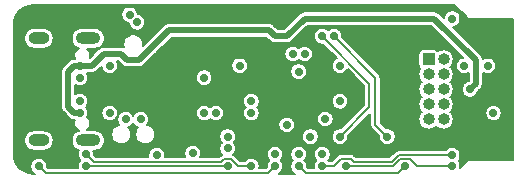
<source format=gbr>
G04 #@! TF.GenerationSoftware,KiCad,Pcbnew,(5.1.0)-1*
G04 #@! TF.CreationDate,2020-02-07T03:11:48-08:00*
G04 #@! TF.ProjectId,design,64657369-676e-42e6-9b69-6361645f7063,rev?*
G04 #@! TF.SameCoordinates,Original*
G04 #@! TF.FileFunction,Copper,L3,Inr*
G04 #@! TF.FilePolarity,Positive*
%FSLAX46Y46*%
G04 Gerber Fmt 4.6, Leading zero omitted, Abs format (unit mm)*
G04 Created by KiCad (PCBNEW (5.1.0)-1) date 2020-02-07 03:11:48*
%MOMM*%
%LPD*%
G04 APERTURE LIST*
%ADD10O,1.800000X1.000000*%
%ADD11O,2.100000X1.000000*%
%ADD12R,1.000000X1.000000*%
%ADD13O,1.000000X1.000000*%
%ADD14C,0.700000*%
%ADD15C,0.160000*%
%ADD16C,0.500000*%
%ADD17C,0.200000*%
G04 APERTURE END LIST*
D10*
X141000000Y-51680000D03*
X141000000Y-60320000D03*
D11*
X145180000Y-51680000D03*
X145180000Y-60320000D03*
D12*
X174000000Y-53460000D03*
D13*
X175270000Y-53460000D03*
X174000000Y-54730000D03*
X175270000Y-54730000D03*
X174000000Y-56000000D03*
X175270000Y-56000000D03*
X174000000Y-57270000D03*
X175270000Y-57270000D03*
X174000000Y-58540000D03*
X175270000Y-58540000D03*
D14*
X159000000Y-57000000D03*
X155000000Y-55000000D03*
X156000000Y-58000000D03*
X158000000Y-54000000D03*
X148365000Y-58540000D03*
X166500000Y-57000000D03*
X144500000Y-54000000D03*
X144499916Y-58000000D03*
X177500000Y-56000000D03*
X165000000Y-61500000D03*
X157000000Y-61000000D03*
X159000000Y-58000000D03*
X165000000Y-62500000D03*
X141000000Y-62500000D03*
X176000000Y-61590000D03*
X144500000Y-57000000D03*
X149635000Y-58540000D03*
X155000000Y-58000000D03*
X145000000Y-61500000D03*
X159000000Y-62500000D03*
X159000000Y-55000000D03*
X155000000Y-57000000D03*
X158000000Y-58000000D03*
X156000000Y-54000000D03*
X139500000Y-51000000D03*
X139500000Y-61000000D03*
X141000000Y-61500000D03*
X144500000Y-55000000D03*
X172000000Y-62500000D03*
X176000000Y-62500000D03*
X145000000Y-62500000D03*
X167000000Y-62500000D03*
X157000000Y-62500000D03*
X176000000Y-50000000D03*
X161000000Y-61500000D03*
X163000000Y-61500000D03*
X179500000Y-58000000D03*
X179000000Y-54000000D03*
X163000000Y-62500000D03*
X177000000Y-54000000D03*
X147000000Y-54000000D03*
X147000000Y-58000000D03*
X163500000Y-53000000D03*
X162500000Y-53000000D03*
X161000000Y-62500000D03*
X165250000Y-58500000D03*
X170500000Y-60000000D03*
X166000000Y-51500000D03*
X167000000Y-55000000D03*
X172500000Y-60000000D03*
X147000000Y-52095000D03*
X166500000Y-54000000D03*
X166500000Y-60000000D03*
X164000000Y-60000000D03*
X163000000Y-54500000D03*
X165000000Y-51500000D03*
X150972876Y-61586797D03*
X162000000Y-59000000D03*
X148681801Y-49681801D03*
X149318199Y-50318199D03*
X154027128Y-61413206D03*
X157000000Y-60000000D03*
D15*
X157873202Y-62500000D02*
X159000000Y-62500000D01*
X157283201Y-61909999D02*
X157873202Y-62500000D01*
X156716799Y-61909999D02*
X157283201Y-61909999D01*
X156446808Y-62179990D02*
X156716799Y-61909999D01*
X145000000Y-61500000D02*
X145679990Y-62179990D01*
X145679990Y-62179990D02*
X156446808Y-62179990D01*
X145000000Y-62500000D02*
X157000000Y-62500000D01*
D16*
X144000000Y-58000000D02*
X144499916Y-58000000D01*
X143500000Y-57500000D02*
X144000000Y-58000000D01*
X143500000Y-54500000D02*
X143500000Y-57500000D01*
X144500000Y-54000000D02*
X144000000Y-54000000D01*
X144000000Y-54000000D02*
X143500000Y-54500000D01*
X178000000Y-55500000D02*
X177500000Y-56000000D01*
X178000000Y-53500000D02*
X178000000Y-55500000D01*
X163500000Y-50000000D02*
X174500000Y-50000000D01*
X162000000Y-51500000D02*
X163500000Y-50000000D01*
X161000000Y-51500000D02*
X162000000Y-51500000D01*
X160500000Y-51000000D02*
X161000000Y-51500000D01*
X174500000Y-50000000D02*
X178000000Y-53500000D01*
X145500000Y-54000000D02*
X146500000Y-53000000D01*
X152000000Y-51000000D02*
X160500000Y-51000000D01*
X144500000Y-54000000D02*
X145500000Y-54000000D01*
X146500000Y-53000000D02*
X148000000Y-53000000D01*
X148000000Y-53000000D02*
X148500000Y-53500000D01*
X148500000Y-53500000D02*
X149500000Y-53500000D01*
X149500000Y-53500000D02*
X152000000Y-51000000D01*
D15*
X163590001Y-63090001D02*
X163000000Y-62500000D01*
X171409999Y-63090001D02*
X163590001Y-63090001D01*
X172000000Y-62500000D02*
X171409999Y-63090001D01*
X160409999Y-63090001D02*
X161000000Y-62500000D01*
X141590001Y-63090001D02*
X160409999Y-63090001D01*
X141000000Y-62500000D02*
X141590001Y-63090001D01*
X167409999Y-61909999D02*
X166590001Y-61909999D01*
X166590001Y-61909999D02*
X166000000Y-62500000D01*
X172910000Y-61590000D02*
X172909990Y-61589990D01*
X166000000Y-62500000D02*
X165000000Y-62500000D01*
X172909990Y-61589990D02*
X171457449Y-61589989D01*
X171457449Y-61589989D02*
X170867448Y-62179990D01*
X176000000Y-61590000D02*
X172910000Y-61590000D01*
X170867448Y-62179990D02*
X167679990Y-62179990D01*
X167679990Y-62179990D02*
X167409999Y-61909999D01*
X173000000Y-62500000D02*
X176000000Y-62500000D01*
X172409999Y-61909999D02*
X173000000Y-62500000D01*
X171590001Y-61909999D02*
X172409999Y-61909999D01*
X167000000Y-62500000D02*
X171000000Y-62500000D01*
X171000000Y-62500000D02*
X171590001Y-61909999D01*
X169000000Y-57500000D02*
X169000000Y-55500000D01*
X169000000Y-55500000D02*
X165000000Y-51500000D01*
X166500000Y-60000000D02*
X169000000Y-57500000D01*
X170500000Y-60000000D02*
X169500000Y-59000000D01*
X169500000Y-59000000D02*
X169500000Y-55000000D01*
X169500000Y-55000000D02*
X166000000Y-51500000D01*
D17*
G36*
X177218844Y-49904831D02*
G01*
X177230710Y-49919290D01*
X177288421Y-49966651D01*
X177354262Y-50001844D01*
X177425703Y-50023515D01*
X177500000Y-50030833D01*
X177518610Y-50029000D01*
X181121000Y-50029000D01*
X181121001Y-61971000D01*
X177518610Y-61971000D01*
X177500000Y-61969167D01*
X177481390Y-61971000D01*
X177425703Y-61976485D01*
X177354262Y-61998156D01*
X177288421Y-62033349D01*
X177230710Y-62080710D01*
X177218844Y-62095169D01*
X176693900Y-62620114D01*
X176704000Y-62569338D01*
X176704000Y-62430662D01*
X176676945Y-62294651D01*
X176623876Y-62166531D01*
X176546832Y-62051226D01*
X176540606Y-62045000D01*
X176546832Y-62038774D01*
X176623876Y-61923469D01*
X176676945Y-61795349D01*
X176704000Y-61659338D01*
X176704000Y-61520662D01*
X176676945Y-61384651D01*
X176623876Y-61256531D01*
X176546832Y-61141226D01*
X176448774Y-61043168D01*
X176333469Y-60966124D01*
X176205349Y-60913055D01*
X176069338Y-60886000D01*
X175930662Y-60886000D01*
X175794651Y-60913055D01*
X175666531Y-60966124D01*
X175551226Y-61043168D01*
X175453168Y-61141226D01*
X175443296Y-61156000D01*
X172931402Y-61156000D01*
X172909990Y-61153891D01*
X172888670Y-61155991D01*
X171478759Y-61155989D01*
X171457448Y-61153890D01*
X171372370Y-61162270D01*
X171336748Y-61173076D01*
X171290562Y-61187086D01*
X171215166Y-61227386D01*
X171149081Y-61281620D01*
X171135498Y-61298171D01*
X170687681Y-61745990D01*
X167859757Y-61745990D01*
X167731964Y-61618197D01*
X167718368Y-61601630D01*
X167652283Y-61547396D01*
X167576887Y-61507096D01*
X167495078Y-61482280D01*
X167431309Y-61475999D01*
X167409999Y-61473900D01*
X167388689Y-61475999D01*
X166611310Y-61475999D01*
X166590000Y-61473900D01*
X166504922Y-61482280D01*
X166423113Y-61507096D01*
X166347717Y-61547396D01*
X166281632Y-61601630D01*
X166268044Y-61618187D01*
X165820233Y-62066000D01*
X165556704Y-62066000D01*
X165546832Y-62051226D01*
X165495606Y-62000000D01*
X165546832Y-61948774D01*
X165623876Y-61833469D01*
X165676945Y-61705349D01*
X165704000Y-61569338D01*
X165704000Y-61430662D01*
X165676945Y-61294651D01*
X165623876Y-61166531D01*
X165546832Y-61051226D01*
X165448774Y-60953168D01*
X165333469Y-60876124D01*
X165205349Y-60823055D01*
X165069338Y-60796000D01*
X164930662Y-60796000D01*
X164794651Y-60823055D01*
X164666531Y-60876124D01*
X164551226Y-60953168D01*
X164453168Y-61051226D01*
X164376124Y-61166531D01*
X164323055Y-61294651D01*
X164296000Y-61430662D01*
X164296000Y-61569338D01*
X164323055Y-61705349D01*
X164376124Y-61833469D01*
X164453168Y-61948774D01*
X164504394Y-62000000D01*
X164453168Y-62051226D01*
X164376124Y-62166531D01*
X164323055Y-62294651D01*
X164296000Y-62430662D01*
X164296000Y-62569338D01*
X164313239Y-62656001D01*
X163769770Y-62656001D01*
X163700533Y-62586765D01*
X163704000Y-62569338D01*
X163704000Y-62430662D01*
X163676945Y-62294651D01*
X163623876Y-62166531D01*
X163546832Y-62051226D01*
X163495606Y-62000000D01*
X163546832Y-61948774D01*
X163623876Y-61833469D01*
X163676945Y-61705349D01*
X163704000Y-61569338D01*
X163704000Y-61430662D01*
X163676945Y-61294651D01*
X163623876Y-61166531D01*
X163546832Y-61051226D01*
X163448774Y-60953168D01*
X163333469Y-60876124D01*
X163205349Y-60823055D01*
X163069338Y-60796000D01*
X162930662Y-60796000D01*
X162794651Y-60823055D01*
X162666531Y-60876124D01*
X162551226Y-60953168D01*
X162453168Y-61051226D01*
X162376124Y-61166531D01*
X162323055Y-61294651D01*
X162296000Y-61430662D01*
X162296000Y-61569338D01*
X162323055Y-61705349D01*
X162376124Y-61833469D01*
X162453168Y-61948774D01*
X162504394Y-62000000D01*
X162453168Y-62051226D01*
X162376124Y-62166531D01*
X162323055Y-62294651D01*
X162296000Y-62430662D01*
X162296000Y-62569338D01*
X162323055Y-62705349D01*
X162376124Y-62833469D01*
X162453168Y-62948774D01*
X162551226Y-63046832D01*
X162662227Y-63121000D01*
X161337773Y-63121000D01*
X161448774Y-63046832D01*
X161546832Y-62948774D01*
X161623876Y-62833469D01*
X161676945Y-62705349D01*
X161704000Y-62569338D01*
X161704000Y-62430662D01*
X161676945Y-62294651D01*
X161623876Y-62166531D01*
X161546832Y-62051226D01*
X161495606Y-62000000D01*
X161546832Y-61948774D01*
X161623876Y-61833469D01*
X161676945Y-61705349D01*
X161704000Y-61569338D01*
X161704000Y-61430662D01*
X161676945Y-61294651D01*
X161623876Y-61166531D01*
X161546832Y-61051226D01*
X161448774Y-60953168D01*
X161333469Y-60876124D01*
X161205349Y-60823055D01*
X161069338Y-60796000D01*
X160930662Y-60796000D01*
X160794651Y-60823055D01*
X160666531Y-60876124D01*
X160551226Y-60953168D01*
X160453168Y-61051226D01*
X160376124Y-61166531D01*
X160323055Y-61294651D01*
X160296000Y-61430662D01*
X160296000Y-61569338D01*
X160323055Y-61705349D01*
X160376124Y-61833469D01*
X160453168Y-61948774D01*
X160504394Y-62000000D01*
X160453168Y-62051226D01*
X160376124Y-62166531D01*
X160323055Y-62294651D01*
X160296000Y-62430662D01*
X160296000Y-62569338D01*
X160299467Y-62586766D01*
X160230232Y-62656001D01*
X159686761Y-62656001D01*
X159704000Y-62569338D01*
X159704000Y-62430662D01*
X159676945Y-62294651D01*
X159623876Y-62166531D01*
X159546832Y-62051226D01*
X159448774Y-61953168D01*
X159333469Y-61876124D01*
X159205349Y-61823055D01*
X159069338Y-61796000D01*
X158930662Y-61796000D01*
X158794651Y-61823055D01*
X158666531Y-61876124D01*
X158551226Y-61953168D01*
X158453168Y-62051226D01*
X158443296Y-62066000D01*
X158052971Y-62066000D01*
X157605166Y-61618197D01*
X157591570Y-61601630D01*
X157525485Y-61547396D01*
X157475127Y-61520479D01*
X157546832Y-61448774D01*
X157623876Y-61333469D01*
X157676945Y-61205349D01*
X157704000Y-61069338D01*
X157704000Y-60930662D01*
X157676945Y-60794651D01*
X157623876Y-60666531D01*
X157546832Y-60551226D01*
X157495606Y-60500000D01*
X157546832Y-60448774D01*
X157623876Y-60333469D01*
X157676945Y-60205349D01*
X157704000Y-60069338D01*
X157704000Y-59930662D01*
X163296000Y-59930662D01*
X163296000Y-60069338D01*
X163323055Y-60205349D01*
X163376124Y-60333469D01*
X163453168Y-60448774D01*
X163551226Y-60546832D01*
X163666531Y-60623876D01*
X163794651Y-60676945D01*
X163930662Y-60704000D01*
X164069338Y-60704000D01*
X164205349Y-60676945D01*
X164333469Y-60623876D01*
X164448774Y-60546832D01*
X164546832Y-60448774D01*
X164623876Y-60333469D01*
X164676945Y-60205349D01*
X164704000Y-60069338D01*
X164704000Y-59930662D01*
X164676945Y-59794651D01*
X164623876Y-59666531D01*
X164546832Y-59551226D01*
X164448774Y-59453168D01*
X164333469Y-59376124D01*
X164205349Y-59323055D01*
X164069338Y-59296000D01*
X163930662Y-59296000D01*
X163794651Y-59323055D01*
X163666531Y-59376124D01*
X163551226Y-59453168D01*
X163453168Y-59551226D01*
X163376124Y-59666531D01*
X163323055Y-59794651D01*
X163296000Y-59930662D01*
X157704000Y-59930662D01*
X157676945Y-59794651D01*
X157623876Y-59666531D01*
X157546832Y-59551226D01*
X157448774Y-59453168D01*
X157333469Y-59376124D01*
X157205349Y-59323055D01*
X157069338Y-59296000D01*
X156930662Y-59296000D01*
X156794651Y-59323055D01*
X156666531Y-59376124D01*
X156551226Y-59453168D01*
X156453168Y-59551226D01*
X156376124Y-59666531D01*
X156323055Y-59794651D01*
X156296000Y-59930662D01*
X156296000Y-60069338D01*
X156323055Y-60205349D01*
X156376124Y-60333469D01*
X156453168Y-60448774D01*
X156504394Y-60500000D01*
X156453168Y-60551226D01*
X156376124Y-60666531D01*
X156323055Y-60794651D01*
X156296000Y-60930662D01*
X156296000Y-61069338D01*
X156323055Y-61205349D01*
X156376124Y-61333469D01*
X156453168Y-61448774D01*
X156524873Y-61520479D01*
X156474515Y-61547396D01*
X156408430Y-61601630D01*
X156394834Y-61618197D01*
X156267041Y-61745990D01*
X154651288Y-61745990D01*
X154704073Y-61618555D01*
X154731128Y-61482544D01*
X154731128Y-61343868D01*
X154704073Y-61207857D01*
X154651004Y-61079737D01*
X154573960Y-60964432D01*
X154475902Y-60866374D01*
X154360597Y-60789330D01*
X154232477Y-60736261D01*
X154096466Y-60709206D01*
X153957790Y-60709206D01*
X153821779Y-60736261D01*
X153693659Y-60789330D01*
X153578354Y-60866374D01*
X153480296Y-60964432D01*
X153403252Y-61079737D01*
X153350183Y-61207857D01*
X153323128Y-61343868D01*
X153323128Y-61482544D01*
X153350183Y-61618555D01*
X153402968Y-61745990D01*
X151659002Y-61745990D01*
X151676876Y-61656135D01*
X151676876Y-61517459D01*
X151649821Y-61381448D01*
X151596752Y-61253328D01*
X151519708Y-61138023D01*
X151421650Y-61039965D01*
X151306345Y-60962921D01*
X151178225Y-60909852D01*
X151042214Y-60882797D01*
X150903538Y-60882797D01*
X150767527Y-60909852D01*
X150639407Y-60962921D01*
X150524102Y-61039965D01*
X150426044Y-61138023D01*
X150349000Y-61253328D01*
X150295931Y-61381448D01*
X150268876Y-61517459D01*
X150268876Y-61656135D01*
X150286750Y-61745990D01*
X145859758Y-61745990D01*
X145700533Y-61586766D01*
X145704000Y-61569338D01*
X145704000Y-61430662D01*
X145676945Y-61294651D01*
X145626970Y-61174000D01*
X145771952Y-61174000D01*
X145897413Y-61161643D01*
X146058393Y-61112811D01*
X146206753Y-61033511D01*
X146336791Y-60926791D01*
X146443511Y-60796753D01*
X146522811Y-60648393D01*
X146571643Y-60487413D01*
X146588132Y-60320000D01*
X146571643Y-60152587D01*
X146522811Y-59991607D01*
X146443511Y-59843247D01*
X146347577Y-59726351D01*
X147134700Y-59726351D01*
X147134700Y-59893649D01*
X147167339Y-60057732D01*
X147231360Y-60212294D01*
X147324306Y-60351397D01*
X147442603Y-60469694D01*
X147581706Y-60562640D01*
X147736268Y-60626661D01*
X147900351Y-60659300D01*
X148067649Y-60659300D01*
X148231732Y-60626661D01*
X148386294Y-60562640D01*
X148525397Y-60469694D01*
X148643694Y-60351397D01*
X148736640Y-60212294D01*
X148800661Y-60057732D01*
X148833300Y-59893649D01*
X148833300Y-59726351D01*
X148800661Y-59562268D01*
X148736640Y-59407706D01*
X148643694Y-59268603D01*
X148585684Y-59210593D01*
X148698469Y-59163876D01*
X148813774Y-59086832D01*
X148911832Y-58988774D01*
X148988876Y-58873469D01*
X149000000Y-58846613D01*
X149011124Y-58873469D01*
X149088168Y-58988774D01*
X149186226Y-59086832D01*
X149301531Y-59163876D01*
X149414316Y-59210593D01*
X149356306Y-59268603D01*
X149263360Y-59407706D01*
X149199339Y-59562268D01*
X149166700Y-59726351D01*
X149166700Y-59893649D01*
X149199339Y-60057732D01*
X149263360Y-60212294D01*
X149356306Y-60351397D01*
X149474603Y-60469694D01*
X149613706Y-60562640D01*
X149768268Y-60626661D01*
X149932351Y-60659300D01*
X150099649Y-60659300D01*
X150263732Y-60626661D01*
X150418294Y-60562640D01*
X150557397Y-60469694D01*
X150675694Y-60351397D01*
X150768640Y-60212294D01*
X150832661Y-60057732D01*
X150865300Y-59893649D01*
X150865300Y-59726351D01*
X150832661Y-59562268D01*
X150768640Y-59407706D01*
X150675694Y-59268603D01*
X150557397Y-59150306D01*
X150418294Y-59057360D01*
X150263732Y-58993339D01*
X150188748Y-58978423D01*
X150220660Y-58930662D01*
X161296000Y-58930662D01*
X161296000Y-59069338D01*
X161323055Y-59205349D01*
X161376124Y-59333469D01*
X161453168Y-59448774D01*
X161551226Y-59546832D01*
X161666531Y-59623876D01*
X161794651Y-59676945D01*
X161930662Y-59704000D01*
X162069338Y-59704000D01*
X162205349Y-59676945D01*
X162333469Y-59623876D01*
X162448774Y-59546832D01*
X162546832Y-59448774D01*
X162623876Y-59333469D01*
X162676945Y-59205349D01*
X162704000Y-59069338D01*
X162704000Y-58930662D01*
X162676945Y-58794651D01*
X162623876Y-58666531D01*
X162546832Y-58551226D01*
X162448774Y-58453168D01*
X162415092Y-58430662D01*
X164546000Y-58430662D01*
X164546000Y-58569338D01*
X164573055Y-58705349D01*
X164626124Y-58833469D01*
X164703168Y-58948774D01*
X164801226Y-59046832D01*
X164916531Y-59123876D01*
X165044651Y-59176945D01*
X165180662Y-59204000D01*
X165319338Y-59204000D01*
X165455349Y-59176945D01*
X165583469Y-59123876D01*
X165698774Y-59046832D01*
X165796832Y-58948774D01*
X165873876Y-58833469D01*
X165926945Y-58705349D01*
X165954000Y-58569338D01*
X165954000Y-58430662D01*
X165926945Y-58294651D01*
X165873876Y-58166531D01*
X165796832Y-58051226D01*
X165698774Y-57953168D01*
X165583469Y-57876124D01*
X165455349Y-57823055D01*
X165319338Y-57796000D01*
X165180662Y-57796000D01*
X165044651Y-57823055D01*
X164916531Y-57876124D01*
X164801226Y-57953168D01*
X164703168Y-58051226D01*
X164626124Y-58166531D01*
X164573055Y-58294651D01*
X164546000Y-58430662D01*
X162415092Y-58430662D01*
X162333469Y-58376124D01*
X162205349Y-58323055D01*
X162069338Y-58296000D01*
X161930662Y-58296000D01*
X161794651Y-58323055D01*
X161666531Y-58376124D01*
X161551226Y-58453168D01*
X161453168Y-58551226D01*
X161376124Y-58666531D01*
X161323055Y-58794651D01*
X161296000Y-58930662D01*
X150220660Y-58930662D01*
X150258876Y-58873469D01*
X150311945Y-58745349D01*
X150339000Y-58609338D01*
X150339000Y-58470662D01*
X150311945Y-58334651D01*
X150258876Y-58206531D01*
X150181832Y-58091226D01*
X150083774Y-57993168D01*
X149990227Y-57930662D01*
X154296000Y-57930662D01*
X154296000Y-58069338D01*
X154323055Y-58205349D01*
X154376124Y-58333469D01*
X154453168Y-58448774D01*
X154551226Y-58546832D01*
X154666531Y-58623876D01*
X154794651Y-58676945D01*
X154930662Y-58704000D01*
X155069338Y-58704000D01*
X155205349Y-58676945D01*
X155333469Y-58623876D01*
X155448774Y-58546832D01*
X155500000Y-58495606D01*
X155551226Y-58546832D01*
X155666531Y-58623876D01*
X155794651Y-58676945D01*
X155930662Y-58704000D01*
X156069338Y-58704000D01*
X156205349Y-58676945D01*
X156333469Y-58623876D01*
X156448774Y-58546832D01*
X156546832Y-58448774D01*
X156623876Y-58333469D01*
X156676945Y-58205349D01*
X156704000Y-58069338D01*
X156704000Y-57930662D01*
X156676945Y-57794651D01*
X156623876Y-57666531D01*
X156546832Y-57551226D01*
X156448774Y-57453168D01*
X156333469Y-57376124D01*
X156205349Y-57323055D01*
X156069338Y-57296000D01*
X155930662Y-57296000D01*
X155794651Y-57323055D01*
X155666531Y-57376124D01*
X155551226Y-57453168D01*
X155500000Y-57504394D01*
X155448774Y-57453168D01*
X155333469Y-57376124D01*
X155205349Y-57323055D01*
X155069338Y-57296000D01*
X154930662Y-57296000D01*
X154794651Y-57323055D01*
X154666531Y-57376124D01*
X154551226Y-57453168D01*
X154453168Y-57551226D01*
X154376124Y-57666531D01*
X154323055Y-57794651D01*
X154296000Y-57930662D01*
X149990227Y-57930662D01*
X149968469Y-57916124D01*
X149840349Y-57863055D01*
X149704338Y-57836000D01*
X149565662Y-57836000D01*
X149429651Y-57863055D01*
X149301531Y-57916124D01*
X149186226Y-57993168D01*
X149088168Y-58091226D01*
X149011124Y-58206531D01*
X149000000Y-58233387D01*
X148988876Y-58206531D01*
X148911832Y-58091226D01*
X148813774Y-57993168D01*
X148698469Y-57916124D01*
X148570349Y-57863055D01*
X148434338Y-57836000D01*
X148295662Y-57836000D01*
X148159651Y-57863055D01*
X148031531Y-57916124D01*
X147916226Y-57993168D01*
X147818168Y-58091226D01*
X147741124Y-58206531D01*
X147688055Y-58334651D01*
X147661000Y-58470662D01*
X147661000Y-58609338D01*
X147688055Y-58745349D01*
X147741124Y-58873469D01*
X147811252Y-58978423D01*
X147736268Y-58993339D01*
X147581706Y-59057360D01*
X147442603Y-59150306D01*
X147324306Y-59268603D01*
X147231360Y-59407706D01*
X147167339Y-59562268D01*
X147134700Y-59726351D01*
X146347577Y-59726351D01*
X146336791Y-59713209D01*
X146206753Y-59606489D01*
X146058393Y-59527189D01*
X145897413Y-59478357D01*
X145771952Y-59466000D01*
X145042779Y-59466000D01*
X145059057Y-59457299D01*
X145162448Y-59372448D01*
X145247299Y-59269057D01*
X145310349Y-59151099D01*
X145349175Y-59023107D01*
X145362285Y-58890000D01*
X145349175Y-58756893D01*
X145310349Y-58628901D01*
X145247299Y-58510943D01*
X145162448Y-58407552D01*
X145105513Y-58360826D01*
X145123792Y-58333469D01*
X145176861Y-58205349D01*
X145203916Y-58069338D01*
X145203916Y-57930662D01*
X146296000Y-57930662D01*
X146296000Y-58069338D01*
X146323055Y-58205349D01*
X146376124Y-58333469D01*
X146453168Y-58448774D01*
X146551226Y-58546832D01*
X146666531Y-58623876D01*
X146794651Y-58676945D01*
X146930662Y-58704000D01*
X147069338Y-58704000D01*
X147205349Y-58676945D01*
X147333469Y-58623876D01*
X147448774Y-58546832D01*
X147546832Y-58448774D01*
X147623876Y-58333469D01*
X147676945Y-58205349D01*
X147704000Y-58069338D01*
X147704000Y-57930662D01*
X147676945Y-57794651D01*
X147623876Y-57666531D01*
X147546832Y-57551226D01*
X147448774Y-57453168D01*
X147333469Y-57376124D01*
X147205349Y-57323055D01*
X147069338Y-57296000D01*
X146930662Y-57296000D01*
X146794651Y-57323055D01*
X146666531Y-57376124D01*
X146551226Y-57453168D01*
X146453168Y-57551226D01*
X146376124Y-57666531D01*
X146323055Y-57794651D01*
X146296000Y-57930662D01*
X145203916Y-57930662D01*
X145176861Y-57794651D01*
X145123792Y-57666531D01*
X145046748Y-57551226D01*
X144995564Y-57500042D01*
X145046832Y-57448774D01*
X145123876Y-57333469D01*
X145176945Y-57205349D01*
X145204000Y-57069338D01*
X145204000Y-56930662D01*
X158296000Y-56930662D01*
X158296000Y-57069338D01*
X158323055Y-57205349D01*
X158376124Y-57333469D01*
X158453168Y-57448774D01*
X158504394Y-57500000D01*
X158453168Y-57551226D01*
X158376124Y-57666531D01*
X158323055Y-57794651D01*
X158296000Y-57930662D01*
X158296000Y-58069338D01*
X158323055Y-58205349D01*
X158376124Y-58333469D01*
X158453168Y-58448774D01*
X158551226Y-58546832D01*
X158666531Y-58623876D01*
X158794651Y-58676945D01*
X158930662Y-58704000D01*
X159069338Y-58704000D01*
X159205349Y-58676945D01*
X159333469Y-58623876D01*
X159448774Y-58546832D01*
X159546832Y-58448774D01*
X159623876Y-58333469D01*
X159676945Y-58205349D01*
X159704000Y-58069338D01*
X159704000Y-57930662D01*
X159676945Y-57794651D01*
X159623876Y-57666531D01*
X159546832Y-57551226D01*
X159495606Y-57500000D01*
X159546832Y-57448774D01*
X159623876Y-57333469D01*
X159676945Y-57205349D01*
X159704000Y-57069338D01*
X159704000Y-56930662D01*
X165796000Y-56930662D01*
X165796000Y-57069338D01*
X165823055Y-57205349D01*
X165876124Y-57333469D01*
X165953168Y-57448774D01*
X166051226Y-57546832D01*
X166166531Y-57623876D01*
X166294651Y-57676945D01*
X166430662Y-57704000D01*
X166569338Y-57704000D01*
X166705349Y-57676945D01*
X166833469Y-57623876D01*
X166948774Y-57546832D01*
X167046832Y-57448774D01*
X167123876Y-57333469D01*
X167176945Y-57205349D01*
X167204000Y-57069338D01*
X167204000Y-56930662D01*
X167176945Y-56794651D01*
X167123876Y-56666531D01*
X167046832Y-56551226D01*
X166948774Y-56453168D01*
X166833469Y-56376124D01*
X166705349Y-56323055D01*
X166569338Y-56296000D01*
X166430662Y-56296000D01*
X166294651Y-56323055D01*
X166166531Y-56376124D01*
X166051226Y-56453168D01*
X165953168Y-56551226D01*
X165876124Y-56666531D01*
X165823055Y-56794651D01*
X165796000Y-56930662D01*
X159704000Y-56930662D01*
X159676945Y-56794651D01*
X159623876Y-56666531D01*
X159546832Y-56551226D01*
X159448774Y-56453168D01*
X159333469Y-56376124D01*
X159205349Y-56323055D01*
X159069338Y-56296000D01*
X158930662Y-56296000D01*
X158794651Y-56323055D01*
X158666531Y-56376124D01*
X158551226Y-56453168D01*
X158453168Y-56551226D01*
X158376124Y-56666531D01*
X158323055Y-56794651D01*
X158296000Y-56930662D01*
X145204000Y-56930662D01*
X145176945Y-56794651D01*
X145123876Y-56666531D01*
X145046832Y-56551226D01*
X144948774Y-56453168D01*
X144833469Y-56376124D01*
X144705349Y-56323055D01*
X144569338Y-56296000D01*
X144430662Y-56296000D01*
X144294651Y-56323055D01*
X144166531Y-56376124D01*
X144104000Y-56417906D01*
X144104000Y-55582094D01*
X144166531Y-55623876D01*
X144294651Y-55676945D01*
X144430662Y-55704000D01*
X144569338Y-55704000D01*
X144705349Y-55676945D01*
X144833469Y-55623876D01*
X144948774Y-55546832D01*
X145046832Y-55448774D01*
X145123876Y-55333469D01*
X145176945Y-55205349D01*
X145204000Y-55069338D01*
X145204000Y-54930662D01*
X154296000Y-54930662D01*
X154296000Y-55069338D01*
X154323055Y-55205349D01*
X154376124Y-55333469D01*
X154453168Y-55448774D01*
X154551226Y-55546832D01*
X154666531Y-55623876D01*
X154794651Y-55676945D01*
X154930662Y-55704000D01*
X155069338Y-55704000D01*
X155205349Y-55676945D01*
X155333469Y-55623876D01*
X155448774Y-55546832D01*
X155546832Y-55448774D01*
X155623876Y-55333469D01*
X155676945Y-55205349D01*
X155704000Y-55069338D01*
X155704000Y-54930662D01*
X155676945Y-54794651D01*
X155623876Y-54666531D01*
X155546832Y-54551226D01*
X155448774Y-54453168D01*
X155333469Y-54376124D01*
X155205349Y-54323055D01*
X155069338Y-54296000D01*
X154930662Y-54296000D01*
X154794651Y-54323055D01*
X154666531Y-54376124D01*
X154551226Y-54453168D01*
X154453168Y-54551226D01*
X154376124Y-54666531D01*
X154323055Y-54794651D01*
X154296000Y-54930662D01*
X145204000Y-54930662D01*
X145176945Y-54794651D01*
X145123876Y-54666531D01*
X145082094Y-54604000D01*
X145470333Y-54604000D01*
X145500000Y-54606922D01*
X145529667Y-54604000D01*
X145618405Y-54595260D01*
X145732259Y-54560723D01*
X145837188Y-54504637D01*
X145929159Y-54429159D01*
X145948078Y-54406107D01*
X146296000Y-54058184D01*
X146296000Y-54069338D01*
X146323055Y-54205349D01*
X146376124Y-54333469D01*
X146453168Y-54448774D01*
X146551226Y-54546832D01*
X146666531Y-54623876D01*
X146794651Y-54676945D01*
X146930662Y-54704000D01*
X147069338Y-54704000D01*
X147205349Y-54676945D01*
X147333469Y-54623876D01*
X147448774Y-54546832D01*
X147546832Y-54448774D01*
X147623876Y-54333469D01*
X147676945Y-54205349D01*
X147704000Y-54069338D01*
X147704000Y-53930662D01*
X147676945Y-53794651D01*
X147623876Y-53666531D01*
X147582094Y-53604000D01*
X147749816Y-53604000D01*
X148051927Y-53906111D01*
X148070841Y-53929159D01*
X148151512Y-53995363D01*
X148162812Y-54004637D01*
X148267741Y-54060723D01*
X148381595Y-54095260D01*
X148500000Y-54106922D01*
X148529667Y-54104000D01*
X149470333Y-54104000D01*
X149500000Y-54106922D01*
X149529667Y-54104000D01*
X149618405Y-54095260D01*
X149732259Y-54060723D01*
X149837188Y-54004637D01*
X149927327Y-53930662D01*
X157296000Y-53930662D01*
X157296000Y-54069338D01*
X157323055Y-54205349D01*
X157376124Y-54333469D01*
X157453168Y-54448774D01*
X157551226Y-54546832D01*
X157666531Y-54623876D01*
X157794651Y-54676945D01*
X157930662Y-54704000D01*
X158069338Y-54704000D01*
X158205349Y-54676945D01*
X158333469Y-54623876D01*
X158448774Y-54546832D01*
X158546832Y-54448774D01*
X158558933Y-54430662D01*
X162296000Y-54430662D01*
X162296000Y-54569338D01*
X162323055Y-54705349D01*
X162376124Y-54833469D01*
X162453168Y-54948774D01*
X162551226Y-55046832D01*
X162666531Y-55123876D01*
X162794651Y-55176945D01*
X162930662Y-55204000D01*
X163069338Y-55204000D01*
X163205349Y-55176945D01*
X163333469Y-55123876D01*
X163448774Y-55046832D01*
X163546832Y-54948774D01*
X163623876Y-54833469D01*
X163676945Y-54705349D01*
X163704000Y-54569338D01*
X163704000Y-54430662D01*
X163676945Y-54294651D01*
X163623876Y-54166531D01*
X163546832Y-54051226D01*
X163448774Y-53953168D01*
X163333469Y-53876124D01*
X163205349Y-53823055D01*
X163069338Y-53796000D01*
X162930662Y-53796000D01*
X162794651Y-53823055D01*
X162666531Y-53876124D01*
X162551226Y-53953168D01*
X162453168Y-54051226D01*
X162376124Y-54166531D01*
X162323055Y-54294651D01*
X162296000Y-54430662D01*
X158558933Y-54430662D01*
X158623876Y-54333469D01*
X158676945Y-54205349D01*
X158704000Y-54069338D01*
X158704000Y-53930662D01*
X158676945Y-53794651D01*
X158623876Y-53666531D01*
X158546832Y-53551226D01*
X158448774Y-53453168D01*
X158333469Y-53376124D01*
X158205349Y-53323055D01*
X158069338Y-53296000D01*
X157930662Y-53296000D01*
X157794651Y-53323055D01*
X157666531Y-53376124D01*
X157551226Y-53453168D01*
X157453168Y-53551226D01*
X157376124Y-53666531D01*
X157323055Y-53794651D01*
X157296000Y-53930662D01*
X149927327Y-53930662D01*
X149929159Y-53929159D01*
X149948078Y-53906106D01*
X150923522Y-52930662D01*
X161796000Y-52930662D01*
X161796000Y-53069338D01*
X161823055Y-53205349D01*
X161876124Y-53333469D01*
X161953168Y-53448774D01*
X162051226Y-53546832D01*
X162166531Y-53623876D01*
X162294651Y-53676945D01*
X162430662Y-53704000D01*
X162569338Y-53704000D01*
X162705349Y-53676945D01*
X162833469Y-53623876D01*
X162948774Y-53546832D01*
X163000000Y-53495606D01*
X163051226Y-53546832D01*
X163166531Y-53623876D01*
X163294651Y-53676945D01*
X163430662Y-53704000D01*
X163569338Y-53704000D01*
X163705349Y-53676945D01*
X163833469Y-53623876D01*
X163948774Y-53546832D01*
X164046832Y-53448774D01*
X164123876Y-53333469D01*
X164176945Y-53205349D01*
X164204000Y-53069338D01*
X164204000Y-52930662D01*
X164176945Y-52794651D01*
X164123876Y-52666531D01*
X164046832Y-52551226D01*
X163948774Y-52453168D01*
X163833469Y-52376124D01*
X163705349Y-52323055D01*
X163569338Y-52296000D01*
X163430662Y-52296000D01*
X163294651Y-52323055D01*
X163166531Y-52376124D01*
X163051226Y-52453168D01*
X163000000Y-52504394D01*
X162948774Y-52453168D01*
X162833469Y-52376124D01*
X162705349Y-52323055D01*
X162569338Y-52296000D01*
X162430662Y-52296000D01*
X162294651Y-52323055D01*
X162166531Y-52376124D01*
X162051226Y-52453168D01*
X161953168Y-52551226D01*
X161876124Y-52666531D01*
X161823055Y-52794651D01*
X161796000Y-52930662D01*
X150923522Y-52930662D01*
X152250185Y-51604000D01*
X160249816Y-51604000D01*
X160551927Y-51906111D01*
X160570841Y-51929159D01*
X160662812Y-52004637D01*
X160767741Y-52060723D01*
X160881595Y-52095260D01*
X161000000Y-52106922D01*
X161029667Y-52104000D01*
X161970333Y-52104000D01*
X162000000Y-52106922D01*
X162029667Y-52104000D01*
X162118405Y-52095260D01*
X162232259Y-52060723D01*
X162337188Y-52004637D01*
X162429159Y-51929159D01*
X162448078Y-51906106D01*
X162923522Y-51430662D01*
X164296000Y-51430662D01*
X164296000Y-51569338D01*
X164323055Y-51705349D01*
X164376124Y-51833469D01*
X164453168Y-51948774D01*
X164551226Y-52046832D01*
X164666531Y-52123876D01*
X164794651Y-52176945D01*
X164930662Y-52204000D01*
X165069338Y-52204000D01*
X165086766Y-52200533D01*
X166234290Y-53348057D01*
X166166531Y-53376124D01*
X166051226Y-53453168D01*
X165953168Y-53551226D01*
X165876124Y-53666531D01*
X165823055Y-53794651D01*
X165796000Y-53930662D01*
X165796000Y-54069338D01*
X165823055Y-54205349D01*
X165876124Y-54333469D01*
X165953168Y-54448774D01*
X166051226Y-54546832D01*
X166166531Y-54623876D01*
X166294651Y-54676945D01*
X166430662Y-54704000D01*
X166569338Y-54704000D01*
X166705349Y-54676945D01*
X166833469Y-54623876D01*
X166948774Y-54546832D01*
X167046832Y-54448774D01*
X167123876Y-54333469D01*
X167151942Y-54265711D01*
X168566001Y-55679770D01*
X168566000Y-57320232D01*
X166586766Y-59299467D01*
X166569338Y-59296000D01*
X166430662Y-59296000D01*
X166294651Y-59323055D01*
X166166531Y-59376124D01*
X166051226Y-59453168D01*
X165953168Y-59551226D01*
X165876124Y-59666531D01*
X165823055Y-59794651D01*
X165796000Y-59930662D01*
X165796000Y-60069338D01*
X165823055Y-60205349D01*
X165876124Y-60333469D01*
X165953168Y-60448774D01*
X166051226Y-60546832D01*
X166166531Y-60623876D01*
X166294651Y-60676945D01*
X166430662Y-60704000D01*
X166569338Y-60704000D01*
X166705349Y-60676945D01*
X166833469Y-60623876D01*
X166948774Y-60546832D01*
X167046832Y-60448774D01*
X167123876Y-60333469D01*
X167176945Y-60205349D01*
X167204000Y-60069338D01*
X167204000Y-59930662D01*
X167200533Y-59913234D01*
X169066000Y-58047768D01*
X169066000Y-58978690D01*
X169063901Y-59000000D01*
X169066000Y-59021309D01*
X169072281Y-59085078D01*
X169097097Y-59166887D01*
X169137397Y-59242283D01*
X169191631Y-59308369D01*
X169208198Y-59321965D01*
X169799467Y-59913235D01*
X169796000Y-59930662D01*
X169796000Y-60069338D01*
X169823055Y-60205349D01*
X169876124Y-60333469D01*
X169953168Y-60448774D01*
X170051226Y-60546832D01*
X170166531Y-60623876D01*
X170294651Y-60676945D01*
X170430662Y-60704000D01*
X170569338Y-60704000D01*
X170705349Y-60676945D01*
X170833469Y-60623876D01*
X170948774Y-60546832D01*
X171046832Y-60448774D01*
X171123876Y-60333469D01*
X171176945Y-60205349D01*
X171204000Y-60069338D01*
X171204000Y-59930662D01*
X171176945Y-59794651D01*
X171123876Y-59666531D01*
X171046832Y-59551226D01*
X170948774Y-59453168D01*
X170833469Y-59376124D01*
X170705349Y-59323055D01*
X170569338Y-59296000D01*
X170430662Y-59296000D01*
X170413235Y-59299467D01*
X169934000Y-58820233D01*
X169934000Y-55021309D01*
X169936099Y-54999999D01*
X169927719Y-54914921D01*
X169921093Y-54893078D01*
X169902903Y-54833112D01*
X169862603Y-54757716D01*
X169839858Y-54730000D01*
X173141868Y-54730000D01*
X173158357Y-54897413D01*
X173207189Y-55058393D01*
X173286489Y-55206753D01*
X173393209Y-55336791D01*
X173427582Y-55365000D01*
X173393209Y-55393209D01*
X173286489Y-55523247D01*
X173207189Y-55671607D01*
X173158357Y-55832587D01*
X173141868Y-56000000D01*
X173158357Y-56167413D01*
X173207189Y-56328393D01*
X173286489Y-56476753D01*
X173393209Y-56606791D01*
X173427582Y-56635000D01*
X173393209Y-56663209D01*
X173286489Y-56793247D01*
X173207189Y-56941607D01*
X173158357Y-57102587D01*
X173141868Y-57270000D01*
X173158357Y-57437413D01*
X173207189Y-57598393D01*
X173286489Y-57746753D01*
X173393209Y-57876791D01*
X173427582Y-57905000D01*
X173393209Y-57933209D01*
X173286489Y-58063247D01*
X173207189Y-58211607D01*
X173158357Y-58372587D01*
X173141868Y-58540000D01*
X173158357Y-58707413D01*
X173207189Y-58868393D01*
X173286489Y-59016753D01*
X173393209Y-59146791D01*
X173523247Y-59253511D01*
X173671607Y-59332811D01*
X173832587Y-59381643D01*
X173958048Y-59394000D01*
X174041952Y-59394000D01*
X174167413Y-59381643D01*
X174328393Y-59332811D01*
X174476753Y-59253511D01*
X174606791Y-59146791D01*
X174635000Y-59112418D01*
X174663209Y-59146791D01*
X174793247Y-59253511D01*
X174941607Y-59332811D01*
X175102587Y-59381643D01*
X175228048Y-59394000D01*
X175311952Y-59394000D01*
X175437413Y-59381643D01*
X175598393Y-59332811D01*
X175746753Y-59253511D01*
X175876791Y-59146791D01*
X175983511Y-59016753D01*
X176062811Y-58868393D01*
X176111643Y-58707413D01*
X176128132Y-58540000D01*
X176111643Y-58372587D01*
X176062811Y-58211607D01*
X175983511Y-58063247D01*
X175876791Y-57933209D01*
X175873688Y-57930662D01*
X178796000Y-57930662D01*
X178796000Y-58069338D01*
X178823055Y-58205349D01*
X178876124Y-58333469D01*
X178953168Y-58448774D01*
X179051226Y-58546832D01*
X179166531Y-58623876D01*
X179294651Y-58676945D01*
X179430662Y-58704000D01*
X179569338Y-58704000D01*
X179705349Y-58676945D01*
X179833469Y-58623876D01*
X179948774Y-58546832D01*
X180046832Y-58448774D01*
X180123876Y-58333469D01*
X180176945Y-58205349D01*
X180204000Y-58069338D01*
X180204000Y-57930662D01*
X180176945Y-57794651D01*
X180123876Y-57666531D01*
X180046832Y-57551226D01*
X179948774Y-57453168D01*
X179833469Y-57376124D01*
X179705349Y-57323055D01*
X179569338Y-57296000D01*
X179430662Y-57296000D01*
X179294651Y-57323055D01*
X179166531Y-57376124D01*
X179051226Y-57453168D01*
X178953168Y-57551226D01*
X178876124Y-57666531D01*
X178823055Y-57794651D01*
X178796000Y-57930662D01*
X175873688Y-57930662D01*
X175842418Y-57905000D01*
X175876791Y-57876791D01*
X175983511Y-57746753D01*
X176062811Y-57598393D01*
X176111643Y-57437413D01*
X176128132Y-57270000D01*
X176111643Y-57102587D01*
X176062811Y-56941607D01*
X175983511Y-56793247D01*
X175876791Y-56663209D01*
X175842418Y-56635000D01*
X175876791Y-56606791D01*
X175983511Y-56476753D01*
X176062811Y-56328393D01*
X176111643Y-56167413D01*
X176128132Y-56000000D01*
X176111643Y-55832587D01*
X176062811Y-55671607D01*
X175983511Y-55523247D01*
X175876791Y-55393209D01*
X175842418Y-55365000D01*
X175876791Y-55336791D01*
X175983511Y-55206753D01*
X176062811Y-55058393D01*
X176111643Y-54897413D01*
X176128132Y-54730000D01*
X176111643Y-54562587D01*
X176062811Y-54401607D01*
X175983511Y-54253247D01*
X175876791Y-54123209D01*
X175842418Y-54095000D01*
X175876791Y-54066791D01*
X175983511Y-53936753D01*
X176062811Y-53788393D01*
X176111643Y-53627413D01*
X176128132Y-53460000D01*
X176111643Y-53292587D01*
X176062811Y-53131607D01*
X175983511Y-52983247D01*
X175876791Y-52853209D01*
X175746753Y-52746489D01*
X175598393Y-52667189D01*
X175437413Y-52618357D01*
X175311952Y-52606000D01*
X175228048Y-52606000D01*
X175102587Y-52618357D01*
X174941607Y-52667189D01*
X174793247Y-52746489D01*
X174786960Y-52751649D01*
X174751526Y-52708474D01*
X174697623Y-52664236D01*
X174636125Y-52631365D01*
X174569396Y-52611123D01*
X174500000Y-52604288D01*
X173500000Y-52604288D01*
X173430604Y-52611123D01*
X173363875Y-52631365D01*
X173302377Y-52664236D01*
X173248474Y-52708474D01*
X173204236Y-52762377D01*
X173171365Y-52823875D01*
X173151123Y-52890604D01*
X173144288Y-52960000D01*
X173144288Y-53960000D01*
X173151123Y-54029396D01*
X173171365Y-54096125D01*
X173204236Y-54157623D01*
X173248474Y-54211526D01*
X173291649Y-54246960D01*
X173286489Y-54253247D01*
X173207189Y-54401607D01*
X173158357Y-54562587D01*
X173141868Y-54730000D01*
X169839858Y-54730000D01*
X169808369Y-54691631D01*
X169791813Y-54678044D01*
X166700533Y-51586766D01*
X166704000Y-51569338D01*
X166704000Y-51430662D01*
X166676945Y-51294651D01*
X166623876Y-51166531D01*
X166546832Y-51051226D01*
X166448774Y-50953168D01*
X166333469Y-50876124D01*
X166205349Y-50823055D01*
X166069338Y-50796000D01*
X165930662Y-50796000D01*
X165794651Y-50823055D01*
X165666531Y-50876124D01*
X165551226Y-50953168D01*
X165500000Y-51004394D01*
X165448774Y-50953168D01*
X165333469Y-50876124D01*
X165205349Y-50823055D01*
X165069338Y-50796000D01*
X164930662Y-50796000D01*
X164794651Y-50823055D01*
X164666531Y-50876124D01*
X164551226Y-50953168D01*
X164453168Y-51051226D01*
X164376124Y-51166531D01*
X164323055Y-51294651D01*
X164296000Y-51430662D01*
X162923522Y-51430662D01*
X163750185Y-50604000D01*
X174249816Y-50604000D01*
X176941815Y-53296000D01*
X176930662Y-53296000D01*
X176794651Y-53323055D01*
X176666531Y-53376124D01*
X176551226Y-53453168D01*
X176453168Y-53551226D01*
X176376124Y-53666531D01*
X176323055Y-53794651D01*
X176296000Y-53930662D01*
X176296000Y-54069338D01*
X176323055Y-54205349D01*
X176376124Y-54333469D01*
X176453168Y-54448774D01*
X176551226Y-54546832D01*
X176666531Y-54623876D01*
X176794651Y-54676945D01*
X176930662Y-54704000D01*
X177069338Y-54704000D01*
X177205349Y-54676945D01*
X177333469Y-54623876D01*
X177396001Y-54582094D01*
X177396001Y-55249815D01*
X177329740Y-55316075D01*
X177294651Y-55323055D01*
X177166531Y-55376124D01*
X177051226Y-55453168D01*
X176953168Y-55551226D01*
X176876124Y-55666531D01*
X176823055Y-55794651D01*
X176796000Y-55930662D01*
X176796000Y-56069338D01*
X176823055Y-56205349D01*
X176876124Y-56333469D01*
X176953168Y-56448774D01*
X177051226Y-56546832D01*
X177166531Y-56623876D01*
X177294651Y-56676945D01*
X177430662Y-56704000D01*
X177569338Y-56704000D01*
X177705349Y-56676945D01*
X177833469Y-56623876D01*
X177948774Y-56546832D01*
X178046832Y-56448774D01*
X178123876Y-56333469D01*
X178176945Y-56205349D01*
X178183925Y-56170260D01*
X178406111Y-55948073D01*
X178429159Y-55929159D01*
X178504637Y-55837188D01*
X178560723Y-55732259D01*
X178595260Y-55618405D01*
X178604000Y-55529667D01*
X178606922Y-55500000D01*
X178604000Y-55470333D01*
X178604000Y-54582094D01*
X178666531Y-54623876D01*
X178794651Y-54676945D01*
X178930662Y-54704000D01*
X179069338Y-54704000D01*
X179205349Y-54676945D01*
X179333469Y-54623876D01*
X179448774Y-54546832D01*
X179546832Y-54448774D01*
X179623876Y-54333469D01*
X179676945Y-54205349D01*
X179704000Y-54069338D01*
X179704000Y-53930662D01*
X179676945Y-53794651D01*
X179623876Y-53666531D01*
X179546832Y-53551226D01*
X179448774Y-53453168D01*
X179333469Y-53376124D01*
X179205349Y-53323055D01*
X179069338Y-53296000D01*
X178930662Y-53296000D01*
X178794651Y-53323055D01*
X178666531Y-53376124D01*
X178599155Y-53421143D01*
X178595260Y-53381595D01*
X178560723Y-53267741D01*
X178504637Y-53162812D01*
X178429159Y-53070841D01*
X178406113Y-53051928D01*
X176058184Y-50704000D01*
X176069338Y-50704000D01*
X176205349Y-50676945D01*
X176333469Y-50623876D01*
X176448774Y-50546832D01*
X176546832Y-50448774D01*
X176623876Y-50333469D01*
X176676945Y-50205349D01*
X176704000Y-50069338D01*
X176704000Y-49930662D01*
X176676945Y-49794651D01*
X176623876Y-49666531D01*
X176546832Y-49551226D01*
X176448774Y-49453168D01*
X176333469Y-49376124D01*
X176205349Y-49323055D01*
X176069338Y-49296000D01*
X175930662Y-49296000D01*
X175794651Y-49323055D01*
X175666531Y-49376124D01*
X175551226Y-49453168D01*
X175453168Y-49551226D01*
X175376124Y-49666531D01*
X175323055Y-49794651D01*
X175296000Y-49930662D01*
X175296000Y-49941816D01*
X174948078Y-49593894D01*
X174929159Y-49570841D01*
X174837188Y-49495363D01*
X174732259Y-49439277D01*
X174618405Y-49404740D01*
X174529667Y-49396000D01*
X174500000Y-49393078D01*
X174470333Y-49396000D01*
X163529664Y-49396000D01*
X163499999Y-49393078D01*
X163470335Y-49396000D01*
X163470333Y-49396000D01*
X163381595Y-49404740D01*
X163267741Y-49439277D01*
X163162812Y-49495363D01*
X163070841Y-49570841D01*
X163051927Y-49593888D01*
X161749816Y-50896000D01*
X161250185Y-50896000D01*
X160948077Y-50593893D01*
X160929159Y-50570841D01*
X160837188Y-50495363D01*
X160732259Y-50439277D01*
X160618405Y-50404740D01*
X160529667Y-50396000D01*
X160500000Y-50393078D01*
X160470333Y-50396000D01*
X152029667Y-50396000D01*
X152000000Y-50393078D01*
X151881595Y-50404740D01*
X151767740Y-50439277D01*
X151675736Y-50488455D01*
X151662812Y-50495363D01*
X151570841Y-50570841D01*
X151551927Y-50593888D01*
X149843622Y-52302194D01*
X149849300Y-52273649D01*
X149849300Y-52106351D01*
X149816661Y-51942268D01*
X149752640Y-51787706D01*
X149659694Y-51648603D01*
X149541397Y-51530306D01*
X149402294Y-51437360D01*
X149247732Y-51373339D01*
X149083649Y-51340700D01*
X148916351Y-51340700D01*
X148752268Y-51373339D01*
X148597706Y-51437360D01*
X148458603Y-51530306D01*
X148340306Y-51648603D01*
X148247360Y-51787706D01*
X148183339Y-51942268D01*
X148150700Y-52106351D01*
X148150700Y-52273649D01*
X148180525Y-52423584D01*
X148118405Y-52404740D01*
X148029667Y-52396000D01*
X148000000Y-52393078D01*
X147970333Y-52396000D01*
X146529667Y-52396000D01*
X146500000Y-52393078D01*
X146470333Y-52396000D01*
X146381595Y-52404740D01*
X146267741Y-52439277D01*
X146162812Y-52495363D01*
X146070841Y-52570841D01*
X146051927Y-52593888D01*
X145325865Y-53319951D01*
X145349175Y-53243107D01*
X145362285Y-53110000D01*
X145349175Y-52976893D01*
X145310349Y-52848901D01*
X145247299Y-52730943D01*
X145162448Y-52627552D01*
X145059057Y-52542701D01*
X145042779Y-52534000D01*
X145771952Y-52534000D01*
X145897413Y-52521643D01*
X146058393Y-52472811D01*
X146206753Y-52393511D01*
X146336791Y-52286791D01*
X146443511Y-52156753D01*
X146522811Y-52008393D01*
X146571643Y-51847413D01*
X146588132Y-51680000D01*
X146571643Y-51512587D01*
X146522811Y-51351607D01*
X146443511Y-51203247D01*
X146336791Y-51073209D01*
X146206753Y-50966489D01*
X146058393Y-50887189D01*
X145897413Y-50838357D01*
X145771952Y-50826000D01*
X144588048Y-50826000D01*
X144462587Y-50838357D01*
X144301607Y-50887189D01*
X144153247Y-50966489D01*
X144023209Y-51073209D01*
X143916489Y-51203247D01*
X143837189Y-51351607D01*
X143788357Y-51512587D01*
X143771868Y-51680000D01*
X143788357Y-51847413D01*
X143837189Y-52008393D01*
X143916489Y-52156753D01*
X144023209Y-52286791D01*
X144153247Y-52393511D01*
X144301607Y-52472811D01*
X144384599Y-52497986D01*
X144300943Y-52542701D01*
X144197552Y-52627552D01*
X144112701Y-52730943D01*
X144049651Y-52848901D01*
X144010825Y-52976893D01*
X143997715Y-53110000D01*
X144010825Y-53243107D01*
X144049651Y-53371099D01*
X144062961Y-53396000D01*
X144029667Y-53396000D01*
X144000000Y-53393078D01*
X143970333Y-53396000D01*
X143881595Y-53404740D01*
X143767741Y-53439277D01*
X143662812Y-53495363D01*
X143570841Y-53570841D01*
X143551929Y-53593886D01*
X143093893Y-54051923D01*
X143070841Y-54070841D01*
X142995363Y-54162813D01*
X142939277Y-54267742D01*
X142918211Y-54337188D01*
X142904740Y-54381596D01*
X142893078Y-54500000D01*
X142896000Y-54529667D01*
X142896001Y-57470323D01*
X142893078Y-57500000D01*
X142904740Y-57618404D01*
X142939278Y-57732259D01*
X142987810Y-57823055D01*
X142995364Y-57837188D01*
X143070842Y-57929159D01*
X143093889Y-57948073D01*
X143551927Y-58406111D01*
X143570841Y-58429159D01*
X143621413Y-58470662D01*
X143662812Y-58504637D01*
X143767741Y-58560723D01*
X143881595Y-58595260D01*
X144000000Y-58606922D01*
X144029667Y-58604000D01*
X144062961Y-58604000D01*
X144049651Y-58628901D01*
X144010825Y-58756893D01*
X143997715Y-58890000D01*
X144010825Y-59023107D01*
X144049651Y-59151099D01*
X144112701Y-59269057D01*
X144197552Y-59372448D01*
X144300943Y-59457299D01*
X144384599Y-59502014D01*
X144301607Y-59527189D01*
X144153247Y-59606489D01*
X144023209Y-59713209D01*
X143916489Y-59843247D01*
X143837189Y-59991607D01*
X143788357Y-60152587D01*
X143771868Y-60320000D01*
X143788357Y-60487413D01*
X143837189Y-60648393D01*
X143916489Y-60796753D01*
X144023209Y-60926791D01*
X144153247Y-61033511D01*
X144301607Y-61112811D01*
X144393411Y-61140659D01*
X144376124Y-61166531D01*
X144323055Y-61294651D01*
X144296000Y-61430662D01*
X144296000Y-61569338D01*
X144323055Y-61705349D01*
X144376124Y-61833469D01*
X144453168Y-61948774D01*
X144504394Y-62000000D01*
X144453168Y-62051226D01*
X144376124Y-62166531D01*
X144323055Y-62294651D01*
X144296000Y-62430662D01*
X144296000Y-62569338D01*
X144313239Y-62656001D01*
X141769770Y-62656001D01*
X141700533Y-62586765D01*
X141704000Y-62569338D01*
X141704000Y-62430662D01*
X141676945Y-62294651D01*
X141623876Y-62166531D01*
X141546832Y-62051226D01*
X141448774Y-61953168D01*
X141333469Y-61876124D01*
X141205349Y-61823055D01*
X141069338Y-61796000D01*
X140930662Y-61796000D01*
X140794651Y-61823055D01*
X140666531Y-61876124D01*
X140551226Y-61953168D01*
X140453168Y-62051226D01*
X140376124Y-62166531D01*
X140323055Y-62294651D01*
X140296000Y-62430662D01*
X140296000Y-62569338D01*
X140323055Y-62705349D01*
X140376124Y-62833469D01*
X140453168Y-62948774D01*
X140551226Y-63046832D01*
X140662227Y-63121000D01*
X140518535Y-63121000D01*
X140185498Y-63088345D01*
X139882978Y-62997009D01*
X139603958Y-62848651D01*
X139359068Y-62648923D01*
X139157637Y-62405436D01*
X139007335Y-62127457D01*
X138913890Y-61825582D01*
X138879000Y-61493631D01*
X138879000Y-60320000D01*
X139741868Y-60320000D01*
X139758357Y-60487413D01*
X139807189Y-60648393D01*
X139886489Y-60796753D01*
X139993209Y-60926791D01*
X140123247Y-61033511D01*
X140271607Y-61112811D01*
X140432587Y-61161643D01*
X140558048Y-61174000D01*
X141441952Y-61174000D01*
X141567413Y-61161643D01*
X141728393Y-61112811D01*
X141876753Y-61033511D01*
X142006791Y-60926791D01*
X142113511Y-60796753D01*
X142192811Y-60648393D01*
X142241643Y-60487413D01*
X142258132Y-60320000D01*
X142241643Y-60152587D01*
X142192811Y-59991607D01*
X142113511Y-59843247D01*
X142006791Y-59713209D01*
X141876753Y-59606489D01*
X141728393Y-59527189D01*
X141567413Y-59478357D01*
X141441952Y-59466000D01*
X140558048Y-59466000D01*
X140432587Y-59478357D01*
X140271607Y-59527189D01*
X140123247Y-59606489D01*
X139993209Y-59713209D01*
X139886489Y-59843247D01*
X139807189Y-59991607D01*
X139758357Y-60152587D01*
X139741868Y-60320000D01*
X138879000Y-60320000D01*
X138879000Y-51680000D01*
X139741868Y-51680000D01*
X139758357Y-51847413D01*
X139807189Y-52008393D01*
X139886489Y-52156753D01*
X139993209Y-52286791D01*
X140123247Y-52393511D01*
X140271607Y-52472811D01*
X140432587Y-52521643D01*
X140558048Y-52534000D01*
X141441952Y-52534000D01*
X141567413Y-52521643D01*
X141728393Y-52472811D01*
X141876753Y-52393511D01*
X142006791Y-52286791D01*
X142113511Y-52156753D01*
X142192811Y-52008393D01*
X142241643Y-51847413D01*
X142258132Y-51680000D01*
X142241643Y-51512587D01*
X142192811Y-51351607D01*
X142113511Y-51203247D01*
X142006791Y-51073209D01*
X141876753Y-50966489D01*
X141728393Y-50887189D01*
X141567413Y-50838357D01*
X141441952Y-50826000D01*
X140558048Y-50826000D01*
X140432587Y-50838357D01*
X140271607Y-50887189D01*
X140123247Y-50966489D01*
X139993209Y-51073209D01*
X139886489Y-51203247D01*
X139807189Y-51351607D01*
X139758357Y-51512587D01*
X139741868Y-51680000D01*
X138879000Y-51680000D01*
X138879000Y-50518535D01*
X138911655Y-50185499D01*
X139002991Y-49882978D01*
X139146827Y-49612463D01*
X147977801Y-49612463D01*
X147977801Y-49751139D01*
X148004856Y-49887150D01*
X148057925Y-50015270D01*
X148134969Y-50130575D01*
X148233027Y-50228633D01*
X148348332Y-50305677D01*
X148476452Y-50358746D01*
X148612463Y-50385801D01*
X148614199Y-50385801D01*
X148614199Y-50387537D01*
X148641254Y-50523548D01*
X148694323Y-50651668D01*
X148771367Y-50766973D01*
X148869425Y-50865031D01*
X148984730Y-50942075D01*
X149112850Y-50995144D01*
X149248861Y-51022199D01*
X149387537Y-51022199D01*
X149523548Y-50995144D01*
X149651668Y-50942075D01*
X149766973Y-50865031D01*
X149865031Y-50766973D01*
X149942075Y-50651668D01*
X149995144Y-50523548D01*
X150022199Y-50387537D01*
X150022199Y-50248861D01*
X149995144Y-50112850D01*
X149942075Y-49984730D01*
X149865031Y-49869425D01*
X149766973Y-49771367D01*
X149651668Y-49694323D01*
X149523548Y-49641254D01*
X149387537Y-49614199D01*
X149385801Y-49614199D01*
X149385801Y-49612463D01*
X149358746Y-49476452D01*
X149305677Y-49348332D01*
X149228633Y-49233027D01*
X149130575Y-49134969D01*
X149015270Y-49057925D01*
X148887150Y-49004856D01*
X148751139Y-48977801D01*
X148612463Y-48977801D01*
X148476452Y-49004856D01*
X148348332Y-49057925D01*
X148233027Y-49134969D01*
X148134969Y-49233027D01*
X148057925Y-49348332D01*
X148004856Y-49476452D01*
X147977801Y-49612463D01*
X139146827Y-49612463D01*
X139151350Y-49603957D01*
X139351079Y-49359066D01*
X139594564Y-49157637D01*
X139872539Y-49007337D01*
X140174419Y-48913890D01*
X140506368Y-48879000D01*
X176193014Y-48879000D01*
X177218844Y-49904831D01*
X177218844Y-49904831D01*
G37*
X177218844Y-49904831D02*
X177230710Y-49919290D01*
X177288421Y-49966651D01*
X177354262Y-50001844D01*
X177425703Y-50023515D01*
X177500000Y-50030833D01*
X177518610Y-50029000D01*
X181121000Y-50029000D01*
X181121001Y-61971000D01*
X177518610Y-61971000D01*
X177500000Y-61969167D01*
X177481390Y-61971000D01*
X177425703Y-61976485D01*
X177354262Y-61998156D01*
X177288421Y-62033349D01*
X177230710Y-62080710D01*
X177218844Y-62095169D01*
X176693900Y-62620114D01*
X176704000Y-62569338D01*
X176704000Y-62430662D01*
X176676945Y-62294651D01*
X176623876Y-62166531D01*
X176546832Y-62051226D01*
X176540606Y-62045000D01*
X176546832Y-62038774D01*
X176623876Y-61923469D01*
X176676945Y-61795349D01*
X176704000Y-61659338D01*
X176704000Y-61520662D01*
X176676945Y-61384651D01*
X176623876Y-61256531D01*
X176546832Y-61141226D01*
X176448774Y-61043168D01*
X176333469Y-60966124D01*
X176205349Y-60913055D01*
X176069338Y-60886000D01*
X175930662Y-60886000D01*
X175794651Y-60913055D01*
X175666531Y-60966124D01*
X175551226Y-61043168D01*
X175453168Y-61141226D01*
X175443296Y-61156000D01*
X172931402Y-61156000D01*
X172909990Y-61153891D01*
X172888670Y-61155991D01*
X171478759Y-61155989D01*
X171457448Y-61153890D01*
X171372370Y-61162270D01*
X171336748Y-61173076D01*
X171290562Y-61187086D01*
X171215166Y-61227386D01*
X171149081Y-61281620D01*
X171135498Y-61298171D01*
X170687681Y-61745990D01*
X167859757Y-61745990D01*
X167731964Y-61618197D01*
X167718368Y-61601630D01*
X167652283Y-61547396D01*
X167576887Y-61507096D01*
X167495078Y-61482280D01*
X167431309Y-61475999D01*
X167409999Y-61473900D01*
X167388689Y-61475999D01*
X166611310Y-61475999D01*
X166590000Y-61473900D01*
X166504922Y-61482280D01*
X166423113Y-61507096D01*
X166347717Y-61547396D01*
X166281632Y-61601630D01*
X166268044Y-61618187D01*
X165820233Y-62066000D01*
X165556704Y-62066000D01*
X165546832Y-62051226D01*
X165495606Y-62000000D01*
X165546832Y-61948774D01*
X165623876Y-61833469D01*
X165676945Y-61705349D01*
X165704000Y-61569338D01*
X165704000Y-61430662D01*
X165676945Y-61294651D01*
X165623876Y-61166531D01*
X165546832Y-61051226D01*
X165448774Y-60953168D01*
X165333469Y-60876124D01*
X165205349Y-60823055D01*
X165069338Y-60796000D01*
X164930662Y-60796000D01*
X164794651Y-60823055D01*
X164666531Y-60876124D01*
X164551226Y-60953168D01*
X164453168Y-61051226D01*
X164376124Y-61166531D01*
X164323055Y-61294651D01*
X164296000Y-61430662D01*
X164296000Y-61569338D01*
X164323055Y-61705349D01*
X164376124Y-61833469D01*
X164453168Y-61948774D01*
X164504394Y-62000000D01*
X164453168Y-62051226D01*
X164376124Y-62166531D01*
X164323055Y-62294651D01*
X164296000Y-62430662D01*
X164296000Y-62569338D01*
X164313239Y-62656001D01*
X163769770Y-62656001D01*
X163700533Y-62586765D01*
X163704000Y-62569338D01*
X163704000Y-62430662D01*
X163676945Y-62294651D01*
X163623876Y-62166531D01*
X163546832Y-62051226D01*
X163495606Y-62000000D01*
X163546832Y-61948774D01*
X163623876Y-61833469D01*
X163676945Y-61705349D01*
X163704000Y-61569338D01*
X163704000Y-61430662D01*
X163676945Y-61294651D01*
X163623876Y-61166531D01*
X163546832Y-61051226D01*
X163448774Y-60953168D01*
X163333469Y-60876124D01*
X163205349Y-60823055D01*
X163069338Y-60796000D01*
X162930662Y-60796000D01*
X162794651Y-60823055D01*
X162666531Y-60876124D01*
X162551226Y-60953168D01*
X162453168Y-61051226D01*
X162376124Y-61166531D01*
X162323055Y-61294651D01*
X162296000Y-61430662D01*
X162296000Y-61569338D01*
X162323055Y-61705349D01*
X162376124Y-61833469D01*
X162453168Y-61948774D01*
X162504394Y-62000000D01*
X162453168Y-62051226D01*
X162376124Y-62166531D01*
X162323055Y-62294651D01*
X162296000Y-62430662D01*
X162296000Y-62569338D01*
X162323055Y-62705349D01*
X162376124Y-62833469D01*
X162453168Y-62948774D01*
X162551226Y-63046832D01*
X162662227Y-63121000D01*
X161337773Y-63121000D01*
X161448774Y-63046832D01*
X161546832Y-62948774D01*
X161623876Y-62833469D01*
X161676945Y-62705349D01*
X161704000Y-62569338D01*
X161704000Y-62430662D01*
X161676945Y-62294651D01*
X161623876Y-62166531D01*
X161546832Y-62051226D01*
X161495606Y-62000000D01*
X161546832Y-61948774D01*
X161623876Y-61833469D01*
X161676945Y-61705349D01*
X161704000Y-61569338D01*
X161704000Y-61430662D01*
X161676945Y-61294651D01*
X161623876Y-61166531D01*
X161546832Y-61051226D01*
X161448774Y-60953168D01*
X161333469Y-60876124D01*
X161205349Y-60823055D01*
X161069338Y-60796000D01*
X160930662Y-60796000D01*
X160794651Y-60823055D01*
X160666531Y-60876124D01*
X160551226Y-60953168D01*
X160453168Y-61051226D01*
X160376124Y-61166531D01*
X160323055Y-61294651D01*
X160296000Y-61430662D01*
X160296000Y-61569338D01*
X160323055Y-61705349D01*
X160376124Y-61833469D01*
X160453168Y-61948774D01*
X160504394Y-62000000D01*
X160453168Y-62051226D01*
X160376124Y-62166531D01*
X160323055Y-62294651D01*
X160296000Y-62430662D01*
X160296000Y-62569338D01*
X160299467Y-62586766D01*
X160230232Y-62656001D01*
X159686761Y-62656001D01*
X159704000Y-62569338D01*
X159704000Y-62430662D01*
X159676945Y-62294651D01*
X159623876Y-62166531D01*
X159546832Y-62051226D01*
X159448774Y-61953168D01*
X159333469Y-61876124D01*
X159205349Y-61823055D01*
X159069338Y-61796000D01*
X158930662Y-61796000D01*
X158794651Y-61823055D01*
X158666531Y-61876124D01*
X158551226Y-61953168D01*
X158453168Y-62051226D01*
X158443296Y-62066000D01*
X158052971Y-62066000D01*
X157605166Y-61618197D01*
X157591570Y-61601630D01*
X157525485Y-61547396D01*
X157475127Y-61520479D01*
X157546832Y-61448774D01*
X157623876Y-61333469D01*
X157676945Y-61205349D01*
X157704000Y-61069338D01*
X157704000Y-60930662D01*
X157676945Y-60794651D01*
X157623876Y-60666531D01*
X157546832Y-60551226D01*
X157495606Y-60500000D01*
X157546832Y-60448774D01*
X157623876Y-60333469D01*
X157676945Y-60205349D01*
X157704000Y-60069338D01*
X157704000Y-59930662D01*
X163296000Y-59930662D01*
X163296000Y-60069338D01*
X163323055Y-60205349D01*
X163376124Y-60333469D01*
X163453168Y-60448774D01*
X163551226Y-60546832D01*
X163666531Y-60623876D01*
X163794651Y-60676945D01*
X163930662Y-60704000D01*
X164069338Y-60704000D01*
X164205349Y-60676945D01*
X164333469Y-60623876D01*
X164448774Y-60546832D01*
X164546832Y-60448774D01*
X164623876Y-60333469D01*
X164676945Y-60205349D01*
X164704000Y-60069338D01*
X164704000Y-59930662D01*
X164676945Y-59794651D01*
X164623876Y-59666531D01*
X164546832Y-59551226D01*
X164448774Y-59453168D01*
X164333469Y-59376124D01*
X164205349Y-59323055D01*
X164069338Y-59296000D01*
X163930662Y-59296000D01*
X163794651Y-59323055D01*
X163666531Y-59376124D01*
X163551226Y-59453168D01*
X163453168Y-59551226D01*
X163376124Y-59666531D01*
X163323055Y-59794651D01*
X163296000Y-59930662D01*
X157704000Y-59930662D01*
X157676945Y-59794651D01*
X157623876Y-59666531D01*
X157546832Y-59551226D01*
X157448774Y-59453168D01*
X157333469Y-59376124D01*
X157205349Y-59323055D01*
X157069338Y-59296000D01*
X156930662Y-59296000D01*
X156794651Y-59323055D01*
X156666531Y-59376124D01*
X156551226Y-59453168D01*
X156453168Y-59551226D01*
X156376124Y-59666531D01*
X156323055Y-59794651D01*
X156296000Y-59930662D01*
X156296000Y-60069338D01*
X156323055Y-60205349D01*
X156376124Y-60333469D01*
X156453168Y-60448774D01*
X156504394Y-60500000D01*
X156453168Y-60551226D01*
X156376124Y-60666531D01*
X156323055Y-60794651D01*
X156296000Y-60930662D01*
X156296000Y-61069338D01*
X156323055Y-61205349D01*
X156376124Y-61333469D01*
X156453168Y-61448774D01*
X156524873Y-61520479D01*
X156474515Y-61547396D01*
X156408430Y-61601630D01*
X156394834Y-61618197D01*
X156267041Y-61745990D01*
X154651288Y-61745990D01*
X154704073Y-61618555D01*
X154731128Y-61482544D01*
X154731128Y-61343868D01*
X154704073Y-61207857D01*
X154651004Y-61079737D01*
X154573960Y-60964432D01*
X154475902Y-60866374D01*
X154360597Y-60789330D01*
X154232477Y-60736261D01*
X154096466Y-60709206D01*
X153957790Y-60709206D01*
X153821779Y-60736261D01*
X153693659Y-60789330D01*
X153578354Y-60866374D01*
X153480296Y-60964432D01*
X153403252Y-61079737D01*
X153350183Y-61207857D01*
X153323128Y-61343868D01*
X153323128Y-61482544D01*
X153350183Y-61618555D01*
X153402968Y-61745990D01*
X151659002Y-61745990D01*
X151676876Y-61656135D01*
X151676876Y-61517459D01*
X151649821Y-61381448D01*
X151596752Y-61253328D01*
X151519708Y-61138023D01*
X151421650Y-61039965D01*
X151306345Y-60962921D01*
X151178225Y-60909852D01*
X151042214Y-60882797D01*
X150903538Y-60882797D01*
X150767527Y-60909852D01*
X150639407Y-60962921D01*
X150524102Y-61039965D01*
X150426044Y-61138023D01*
X150349000Y-61253328D01*
X150295931Y-61381448D01*
X150268876Y-61517459D01*
X150268876Y-61656135D01*
X150286750Y-61745990D01*
X145859758Y-61745990D01*
X145700533Y-61586766D01*
X145704000Y-61569338D01*
X145704000Y-61430662D01*
X145676945Y-61294651D01*
X145626970Y-61174000D01*
X145771952Y-61174000D01*
X145897413Y-61161643D01*
X146058393Y-61112811D01*
X146206753Y-61033511D01*
X146336791Y-60926791D01*
X146443511Y-60796753D01*
X146522811Y-60648393D01*
X146571643Y-60487413D01*
X146588132Y-60320000D01*
X146571643Y-60152587D01*
X146522811Y-59991607D01*
X146443511Y-59843247D01*
X146347577Y-59726351D01*
X147134700Y-59726351D01*
X147134700Y-59893649D01*
X147167339Y-60057732D01*
X147231360Y-60212294D01*
X147324306Y-60351397D01*
X147442603Y-60469694D01*
X147581706Y-60562640D01*
X147736268Y-60626661D01*
X147900351Y-60659300D01*
X148067649Y-60659300D01*
X148231732Y-60626661D01*
X148386294Y-60562640D01*
X148525397Y-60469694D01*
X148643694Y-60351397D01*
X148736640Y-60212294D01*
X148800661Y-60057732D01*
X148833300Y-59893649D01*
X148833300Y-59726351D01*
X148800661Y-59562268D01*
X148736640Y-59407706D01*
X148643694Y-59268603D01*
X148585684Y-59210593D01*
X148698469Y-59163876D01*
X148813774Y-59086832D01*
X148911832Y-58988774D01*
X148988876Y-58873469D01*
X149000000Y-58846613D01*
X149011124Y-58873469D01*
X149088168Y-58988774D01*
X149186226Y-59086832D01*
X149301531Y-59163876D01*
X149414316Y-59210593D01*
X149356306Y-59268603D01*
X149263360Y-59407706D01*
X149199339Y-59562268D01*
X149166700Y-59726351D01*
X149166700Y-59893649D01*
X149199339Y-60057732D01*
X149263360Y-60212294D01*
X149356306Y-60351397D01*
X149474603Y-60469694D01*
X149613706Y-60562640D01*
X149768268Y-60626661D01*
X149932351Y-60659300D01*
X150099649Y-60659300D01*
X150263732Y-60626661D01*
X150418294Y-60562640D01*
X150557397Y-60469694D01*
X150675694Y-60351397D01*
X150768640Y-60212294D01*
X150832661Y-60057732D01*
X150865300Y-59893649D01*
X150865300Y-59726351D01*
X150832661Y-59562268D01*
X150768640Y-59407706D01*
X150675694Y-59268603D01*
X150557397Y-59150306D01*
X150418294Y-59057360D01*
X150263732Y-58993339D01*
X150188748Y-58978423D01*
X150220660Y-58930662D01*
X161296000Y-58930662D01*
X161296000Y-59069338D01*
X161323055Y-59205349D01*
X161376124Y-59333469D01*
X161453168Y-59448774D01*
X161551226Y-59546832D01*
X161666531Y-59623876D01*
X161794651Y-59676945D01*
X161930662Y-59704000D01*
X162069338Y-59704000D01*
X162205349Y-59676945D01*
X162333469Y-59623876D01*
X162448774Y-59546832D01*
X162546832Y-59448774D01*
X162623876Y-59333469D01*
X162676945Y-59205349D01*
X162704000Y-59069338D01*
X162704000Y-58930662D01*
X162676945Y-58794651D01*
X162623876Y-58666531D01*
X162546832Y-58551226D01*
X162448774Y-58453168D01*
X162415092Y-58430662D01*
X164546000Y-58430662D01*
X164546000Y-58569338D01*
X164573055Y-58705349D01*
X164626124Y-58833469D01*
X164703168Y-58948774D01*
X164801226Y-59046832D01*
X164916531Y-59123876D01*
X165044651Y-59176945D01*
X165180662Y-59204000D01*
X165319338Y-59204000D01*
X165455349Y-59176945D01*
X165583469Y-59123876D01*
X165698774Y-59046832D01*
X165796832Y-58948774D01*
X165873876Y-58833469D01*
X165926945Y-58705349D01*
X165954000Y-58569338D01*
X165954000Y-58430662D01*
X165926945Y-58294651D01*
X165873876Y-58166531D01*
X165796832Y-58051226D01*
X165698774Y-57953168D01*
X165583469Y-57876124D01*
X165455349Y-57823055D01*
X165319338Y-57796000D01*
X165180662Y-57796000D01*
X165044651Y-57823055D01*
X164916531Y-57876124D01*
X164801226Y-57953168D01*
X164703168Y-58051226D01*
X164626124Y-58166531D01*
X164573055Y-58294651D01*
X164546000Y-58430662D01*
X162415092Y-58430662D01*
X162333469Y-58376124D01*
X162205349Y-58323055D01*
X162069338Y-58296000D01*
X161930662Y-58296000D01*
X161794651Y-58323055D01*
X161666531Y-58376124D01*
X161551226Y-58453168D01*
X161453168Y-58551226D01*
X161376124Y-58666531D01*
X161323055Y-58794651D01*
X161296000Y-58930662D01*
X150220660Y-58930662D01*
X150258876Y-58873469D01*
X150311945Y-58745349D01*
X150339000Y-58609338D01*
X150339000Y-58470662D01*
X150311945Y-58334651D01*
X150258876Y-58206531D01*
X150181832Y-58091226D01*
X150083774Y-57993168D01*
X149990227Y-57930662D01*
X154296000Y-57930662D01*
X154296000Y-58069338D01*
X154323055Y-58205349D01*
X154376124Y-58333469D01*
X154453168Y-58448774D01*
X154551226Y-58546832D01*
X154666531Y-58623876D01*
X154794651Y-58676945D01*
X154930662Y-58704000D01*
X155069338Y-58704000D01*
X155205349Y-58676945D01*
X155333469Y-58623876D01*
X155448774Y-58546832D01*
X155500000Y-58495606D01*
X155551226Y-58546832D01*
X155666531Y-58623876D01*
X155794651Y-58676945D01*
X155930662Y-58704000D01*
X156069338Y-58704000D01*
X156205349Y-58676945D01*
X156333469Y-58623876D01*
X156448774Y-58546832D01*
X156546832Y-58448774D01*
X156623876Y-58333469D01*
X156676945Y-58205349D01*
X156704000Y-58069338D01*
X156704000Y-57930662D01*
X156676945Y-57794651D01*
X156623876Y-57666531D01*
X156546832Y-57551226D01*
X156448774Y-57453168D01*
X156333469Y-57376124D01*
X156205349Y-57323055D01*
X156069338Y-57296000D01*
X155930662Y-57296000D01*
X155794651Y-57323055D01*
X155666531Y-57376124D01*
X155551226Y-57453168D01*
X155500000Y-57504394D01*
X155448774Y-57453168D01*
X155333469Y-57376124D01*
X155205349Y-57323055D01*
X155069338Y-57296000D01*
X154930662Y-57296000D01*
X154794651Y-57323055D01*
X154666531Y-57376124D01*
X154551226Y-57453168D01*
X154453168Y-57551226D01*
X154376124Y-57666531D01*
X154323055Y-57794651D01*
X154296000Y-57930662D01*
X149990227Y-57930662D01*
X149968469Y-57916124D01*
X149840349Y-57863055D01*
X149704338Y-57836000D01*
X149565662Y-57836000D01*
X149429651Y-57863055D01*
X149301531Y-57916124D01*
X149186226Y-57993168D01*
X149088168Y-58091226D01*
X149011124Y-58206531D01*
X149000000Y-58233387D01*
X148988876Y-58206531D01*
X148911832Y-58091226D01*
X148813774Y-57993168D01*
X148698469Y-57916124D01*
X148570349Y-57863055D01*
X148434338Y-57836000D01*
X148295662Y-57836000D01*
X148159651Y-57863055D01*
X148031531Y-57916124D01*
X147916226Y-57993168D01*
X147818168Y-58091226D01*
X147741124Y-58206531D01*
X147688055Y-58334651D01*
X147661000Y-58470662D01*
X147661000Y-58609338D01*
X147688055Y-58745349D01*
X147741124Y-58873469D01*
X147811252Y-58978423D01*
X147736268Y-58993339D01*
X147581706Y-59057360D01*
X147442603Y-59150306D01*
X147324306Y-59268603D01*
X147231360Y-59407706D01*
X147167339Y-59562268D01*
X147134700Y-59726351D01*
X146347577Y-59726351D01*
X146336791Y-59713209D01*
X146206753Y-59606489D01*
X146058393Y-59527189D01*
X145897413Y-59478357D01*
X145771952Y-59466000D01*
X145042779Y-59466000D01*
X145059057Y-59457299D01*
X145162448Y-59372448D01*
X145247299Y-59269057D01*
X145310349Y-59151099D01*
X145349175Y-59023107D01*
X145362285Y-58890000D01*
X145349175Y-58756893D01*
X145310349Y-58628901D01*
X145247299Y-58510943D01*
X145162448Y-58407552D01*
X145105513Y-58360826D01*
X145123792Y-58333469D01*
X145176861Y-58205349D01*
X145203916Y-58069338D01*
X145203916Y-57930662D01*
X146296000Y-57930662D01*
X146296000Y-58069338D01*
X146323055Y-58205349D01*
X146376124Y-58333469D01*
X146453168Y-58448774D01*
X146551226Y-58546832D01*
X146666531Y-58623876D01*
X146794651Y-58676945D01*
X146930662Y-58704000D01*
X147069338Y-58704000D01*
X147205349Y-58676945D01*
X147333469Y-58623876D01*
X147448774Y-58546832D01*
X147546832Y-58448774D01*
X147623876Y-58333469D01*
X147676945Y-58205349D01*
X147704000Y-58069338D01*
X147704000Y-57930662D01*
X147676945Y-57794651D01*
X147623876Y-57666531D01*
X147546832Y-57551226D01*
X147448774Y-57453168D01*
X147333469Y-57376124D01*
X147205349Y-57323055D01*
X147069338Y-57296000D01*
X146930662Y-57296000D01*
X146794651Y-57323055D01*
X146666531Y-57376124D01*
X146551226Y-57453168D01*
X146453168Y-57551226D01*
X146376124Y-57666531D01*
X146323055Y-57794651D01*
X146296000Y-57930662D01*
X145203916Y-57930662D01*
X145176861Y-57794651D01*
X145123792Y-57666531D01*
X145046748Y-57551226D01*
X144995564Y-57500042D01*
X145046832Y-57448774D01*
X145123876Y-57333469D01*
X145176945Y-57205349D01*
X145204000Y-57069338D01*
X145204000Y-56930662D01*
X158296000Y-56930662D01*
X158296000Y-57069338D01*
X158323055Y-57205349D01*
X158376124Y-57333469D01*
X158453168Y-57448774D01*
X158504394Y-57500000D01*
X158453168Y-57551226D01*
X158376124Y-57666531D01*
X158323055Y-57794651D01*
X158296000Y-57930662D01*
X158296000Y-58069338D01*
X158323055Y-58205349D01*
X158376124Y-58333469D01*
X158453168Y-58448774D01*
X158551226Y-58546832D01*
X158666531Y-58623876D01*
X158794651Y-58676945D01*
X158930662Y-58704000D01*
X159069338Y-58704000D01*
X159205349Y-58676945D01*
X159333469Y-58623876D01*
X159448774Y-58546832D01*
X159546832Y-58448774D01*
X159623876Y-58333469D01*
X159676945Y-58205349D01*
X159704000Y-58069338D01*
X159704000Y-57930662D01*
X159676945Y-57794651D01*
X159623876Y-57666531D01*
X159546832Y-57551226D01*
X159495606Y-57500000D01*
X159546832Y-57448774D01*
X159623876Y-57333469D01*
X159676945Y-57205349D01*
X159704000Y-57069338D01*
X159704000Y-56930662D01*
X165796000Y-56930662D01*
X165796000Y-57069338D01*
X165823055Y-57205349D01*
X165876124Y-57333469D01*
X165953168Y-57448774D01*
X166051226Y-57546832D01*
X166166531Y-57623876D01*
X166294651Y-57676945D01*
X166430662Y-57704000D01*
X166569338Y-57704000D01*
X166705349Y-57676945D01*
X166833469Y-57623876D01*
X166948774Y-57546832D01*
X167046832Y-57448774D01*
X167123876Y-57333469D01*
X167176945Y-57205349D01*
X167204000Y-57069338D01*
X167204000Y-56930662D01*
X167176945Y-56794651D01*
X167123876Y-56666531D01*
X167046832Y-56551226D01*
X166948774Y-56453168D01*
X166833469Y-56376124D01*
X166705349Y-56323055D01*
X166569338Y-56296000D01*
X166430662Y-56296000D01*
X166294651Y-56323055D01*
X166166531Y-56376124D01*
X166051226Y-56453168D01*
X165953168Y-56551226D01*
X165876124Y-56666531D01*
X165823055Y-56794651D01*
X165796000Y-56930662D01*
X159704000Y-56930662D01*
X159676945Y-56794651D01*
X159623876Y-56666531D01*
X159546832Y-56551226D01*
X159448774Y-56453168D01*
X159333469Y-56376124D01*
X159205349Y-56323055D01*
X159069338Y-56296000D01*
X158930662Y-56296000D01*
X158794651Y-56323055D01*
X158666531Y-56376124D01*
X158551226Y-56453168D01*
X158453168Y-56551226D01*
X158376124Y-56666531D01*
X158323055Y-56794651D01*
X158296000Y-56930662D01*
X145204000Y-56930662D01*
X145176945Y-56794651D01*
X145123876Y-56666531D01*
X145046832Y-56551226D01*
X144948774Y-56453168D01*
X144833469Y-56376124D01*
X144705349Y-56323055D01*
X144569338Y-56296000D01*
X144430662Y-56296000D01*
X144294651Y-56323055D01*
X144166531Y-56376124D01*
X144104000Y-56417906D01*
X144104000Y-55582094D01*
X144166531Y-55623876D01*
X144294651Y-55676945D01*
X144430662Y-55704000D01*
X144569338Y-55704000D01*
X144705349Y-55676945D01*
X144833469Y-55623876D01*
X144948774Y-55546832D01*
X145046832Y-55448774D01*
X145123876Y-55333469D01*
X145176945Y-55205349D01*
X145204000Y-55069338D01*
X145204000Y-54930662D01*
X154296000Y-54930662D01*
X154296000Y-55069338D01*
X154323055Y-55205349D01*
X154376124Y-55333469D01*
X154453168Y-55448774D01*
X154551226Y-55546832D01*
X154666531Y-55623876D01*
X154794651Y-55676945D01*
X154930662Y-55704000D01*
X155069338Y-55704000D01*
X155205349Y-55676945D01*
X155333469Y-55623876D01*
X155448774Y-55546832D01*
X155546832Y-55448774D01*
X155623876Y-55333469D01*
X155676945Y-55205349D01*
X155704000Y-55069338D01*
X155704000Y-54930662D01*
X155676945Y-54794651D01*
X155623876Y-54666531D01*
X155546832Y-54551226D01*
X155448774Y-54453168D01*
X155333469Y-54376124D01*
X155205349Y-54323055D01*
X155069338Y-54296000D01*
X154930662Y-54296000D01*
X154794651Y-54323055D01*
X154666531Y-54376124D01*
X154551226Y-54453168D01*
X154453168Y-54551226D01*
X154376124Y-54666531D01*
X154323055Y-54794651D01*
X154296000Y-54930662D01*
X145204000Y-54930662D01*
X145176945Y-54794651D01*
X145123876Y-54666531D01*
X145082094Y-54604000D01*
X145470333Y-54604000D01*
X145500000Y-54606922D01*
X145529667Y-54604000D01*
X145618405Y-54595260D01*
X145732259Y-54560723D01*
X145837188Y-54504637D01*
X145929159Y-54429159D01*
X145948078Y-54406107D01*
X146296000Y-54058184D01*
X146296000Y-54069338D01*
X146323055Y-54205349D01*
X146376124Y-54333469D01*
X146453168Y-54448774D01*
X146551226Y-54546832D01*
X146666531Y-54623876D01*
X146794651Y-54676945D01*
X146930662Y-54704000D01*
X147069338Y-54704000D01*
X147205349Y-54676945D01*
X147333469Y-54623876D01*
X147448774Y-54546832D01*
X147546832Y-54448774D01*
X147623876Y-54333469D01*
X147676945Y-54205349D01*
X147704000Y-54069338D01*
X147704000Y-53930662D01*
X147676945Y-53794651D01*
X147623876Y-53666531D01*
X147582094Y-53604000D01*
X147749816Y-53604000D01*
X148051927Y-53906111D01*
X148070841Y-53929159D01*
X148151512Y-53995363D01*
X148162812Y-54004637D01*
X148267741Y-54060723D01*
X148381595Y-54095260D01*
X148500000Y-54106922D01*
X148529667Y-54104000D01*
X149470333Y-54104000D01*
X149500000Y-54106922D01*
X149529667Y-54104000D01*
X149618405Y-54095260D01*
X149732259Y-54060723D01*
X149837188Y-54004637D01*
X149927327Y-53930662D01*
X157296000Y-53930662D01*
X157296000Y-54069338D01*
X157323055Y-54205349D01*
X157376124Y-54333469D01*
X157453168Y-54448774D01*
X157551226Y-54546832D01*
X157666531Y-54623876D01*
X157794651Y-54676945D01*
X157930662Y-54704000D01*
X158069338Y-54704000D01*
X158205349Y-54676945D01*
X158333469Y-54623876D01*
X158448774Y-54546832D01*
X158546832Y-54448774D01*
X158558933Y-54430662D01*
X162296000Y-54430662D01*
X162296000Y-54569338D01*
X162323055Y-54705349D01*
X162376124Y-54833469D01*
X162453168Y-54948774D01*
X162551226Y-55046832D01*
X162666531Y-55123876D01*
X162794651Y-55176945D01*
X162930662Y-55204000D01*
X163069338Y-55204000D01*
X163205349Y-55176945D01*
X163333469Y-55123876D01*
X163448774Y-55046832D01*
X163546832Y-54948774D01*
X163623876Y-54833469D01*
X163676945Y-54705349D01*
X163704000Y-54569338D01*
X163704000Y-54430662D01*
X163676945Y-54294651D01*
X163623876Y-54166531D01*
X163546832Y-54051226D01*
X163448774Y-53953168D01*
X163333469Y-53876124D01*
X163205349Y-53823055D01*
X163069338Y-53796000D01*
X162930662Y-53796000D01*
X162794651Y-53823055D01*
X162666531Y-53876124D01*
X162551226Y-53953168D01*
X162453168Y-54051226D01*
X162376124Y-54166531D01*
X162323055Y-54294651D01*
X162296000Y-54430662D01*
X158558933Y-54430662D01*
X158623876Y-54333469D01*
X158676945Y-54205349D01*
X158704000Y-54069338D01*
X158704000Y-53930662D01*
X158676945Y-53794651D01*
X158623876Y-53666531D01*
X158546832Y-53551226D01*
X158448774Y-53453168D01*
X158333469Y-53376124D01*
X158205349Y-53323055D01*
X158069338Y-53296000D01*
X157930662Y-53296000D01*
X157794651Y-53323055D01*
X157666531Y-53376124D01*
X157551226Y-53453168D01*
X157453168Y-53551226D01*
X157376124Y-53666531D01*
X157323055Y-53794651D01*
X157296000Y-53930662D01*
X149927327Y-53930662D01*
X149929159Y-53929159D01*
X149948078Y-53906106D01*
X150923522Y-52930662D01*
X161796000Y-52930662D01*
X161796000Y-53069338D01*
X161823055Y-53205349D01*
X161876124Y-53333469D01*
X161953168Y-53448774D01*
X162051226Y-53546832D01*
X162166531Y-53623876D01*
X162294651Y-53676945D01*
X162430662Y-53704000D01*
X162569338Y-53704000D01*
X162705349Y-53676945D01*
X162833469Y-53623876D01*
X162948774Y-53546832D01*
X163000000Y-53495606D01*
X163051226Y-53546832D01*
X163166531Y-53623876D01*
X163294651Y-53676945D01*
X163430662Y-53704000D01*
X163569338Y-53704000D01*
X163705349Y-53676945D01*
X163833469Y-53623876D01*
X163948774Y-53546832D01*
X164046832Y-53448774D01*
X164123876Y-53333469D01*
X164176945Y-53205349D01*
X164204000Y-53069338D01*
X164204000Y-52930662D01*
X164176945Y-52794651D01*
X164123876Y-52666531D01*
X164046832Y-52551226D01*
X163948774Y-52453168D01*
X163833469Y-52376124D01*
X163705349Y-52323055D01*
X163569338Y-52296000D01*
X163430662Y-52296000D01*
X163294651Y-52323055D01*
X163166531Y-52376124D01*
X163051226Y-52453168D01*
X163000000Y-52504394D01*
X162948774Y-52453168D01*
X162833469Y-52376124D01*
X162705349Y-52323055D01*
X162569338Y-52296000D01*
X162430662Y-52296000D01*
X162294651Y-52323055D01*
X162166531Y-52376124D01*
X162051226Y-52453168D01*
X161953168Y-52551226D01*
X161876124Y-52666531D01*
X161823055Y-52794651D01*
X161796000Y-52930662D01*
X150923522Y-52930662D01*
X152250185Y-51604000D01*
X160249816Y-51604000D01*
X160551927Y-51906111D01*
X160570841Y-51929159D01*
X160662812Y-52004637D01*
X160767741Y-52060723D01*
X160881595Y-52095260D01*
X161000000Y-52106922D01*
X161029667Y-52104000D01*
X161970333Y-52104000D01*
X162000000Y-52106922D01*
X162029667Y-52104000D01*
X162118405Y-52095260D01*
X162232259Y-52060723D01*
X162337188Y-52004637D01*
X162429159Y-51929159D01*
X162448078Y-51906106D01*
X162923522Y-51430662D01*
X164296000Y-51430662D01*
X164296000Y-51569338D01*
X164323055Y-51705349D01*
X164376124Y-51833469D01*
X164453168Y-51948774D01*
X164551226Y-52046832D01*
X164666531Y-52123876D01*
X164794651Y-52176945D01*
X164930662Y-52204000D01*
X165069338Y-52204000D01*
X165086766Y-52200533D01*
X166234290Y-53348057D01*
X166166531Y-53376124D01*
X166051226Y-53453168D01*
X165953168Y-53551226D01*
X165876124Y-53666531D01*
X165823055Y-53794651D01*
X165796000Y-53930662D01*
X165796000Y-54069338D01*
X165823055Y-54205349D01*
X165876124Y-54333469D01*
X165953168Y-54448774D01*
X166051226Y-54546832D01*
X166166531Y-54623876D01*
X166294651Y-54676945D01*
X166430662Y-54704000D01*
X166569338Y-54704000D01*
X166705349Y-54676945D01*
X166833469Y-54623876D01*
X166948774Y-54546832D01*
X167046832Y-54448774D01*
X167123876Y-54333469D01*
X167151942Y-54265711D01*
X168566001Y-55679770D01*
X168566000Y-57320232D01*
X166586766Y-59299467D01*
X166569338Y-59296000D01*
X166430662Y-59296000D01*
X166294651Y-59323055D01*
X166166531Y-59376124D01*
X166051226Y-59453168D01*
X165953168Y-59551226D01*
X165876124Y-59666531D01*
X165823055Y-59794651D01*
X165796000Y-59930662D01*
X165796000Y-60069338D01*
X165823055Y-60205349D01*
X165876124Y-60333469D01*
X165953168Y-60448774D01*
X166051226Y-60546832D01*
X166166531Y-60623876D01*
X166294651Y-60676945D01*
X166430662Y-60704000D01*
X166569338Y-60704000D01*
X166705349Y-60676945D01*
X166833469Y-60623876D01*
X166948774Y-60546832D01*
X167046832Y-60448774D01*
X167123876Y-60333469D01*
X167176945Y-60205349D01*
X167204000Y-60069338D01*
X167204000Y-59930662D01*
X167200533Y-59913234D01*
X169066000Y-58047768D01*
X169066000Y-58978690D01*
X169063901Y-59000000D01*
X169066000Y-59021309D01*
X169072281Y-59085078D01*
X169097097Y-59166887D01*
X169137397Y-59242283D01*
X169191631Y-59308369D01*
X169208198Y-59321965D01*
X169799467Y-59913235D01*
X169796000Y-59930662D01*
X169796000Y-60069338D01*
X169823055Y-60205349D01*
X169876124Y-60333469D01*
X169953168Y-60448774D01*
X170051226Y-60546832D01*
X170166531Y-60623876D01*
X170294651Y-60676945D01*
X170430662Y-60704000D01*
X170569338Y-60704000D01*
X170705349Y-60676945D01*
X170833469Y-60623876D01*
X170948774Y-60546832D01*
X171046832Y-60448774D01*
X171123876Y-60333469D01*
X171176945Y-60205349D01*
X171204000Y-60069338D01*
X171204000Y-59930662D01*
X171176945Y-59794651D01*
X171123876Y-59666531D01*
X171046832Y-59551226D01*
X170948774Y-59453168D01*
X170833469Y-59376124D01*
X170705349Y-59323055D01*
X170569338Y-59296000D01*
X170430662Y-59296000D01*
X170413235Y-59299467D01*
X169934000Y-58820233D01*
X169934000Y-55021309D01*
X169936099Y-54999999D01*
X169927719Y-54914921D01*
X169921093Y-54893078D01*
X169902903Y-54833112D01*
X169862603Y-54757716D01*
X169839858Y-54730000D01*
X173141868Y-54730000D01*
X173158357Y-54897413D01*
X173207189Y-55058393D01*
X173286489Y-55206753D01*
X173393209Y-55336791D01*
X173427582Y-55365000D01*
X173393209Y-55393209D01*
X173286489Y-55523247D01*
X173207189Y-55671607D01*
X173158357Y-55832587D01*
X173141868Y-56000000D01*
X173158357Y-56167413D01*
X173207189Y-56328393D01*
X173286489Y-56476753D01*
X173393209Y-56606791D01*
X173427582Y-56635000D01*
X173393209Y-56663209D01*
X173286489Y-56793247D01*
X173207189Y-56941607D01*
X173158357Y-57102587D01*
X173141868Y-57270000D01*
X173158357Y-57437413D01*
X173207189Y-57598393D01*
X173286489Y-57746753D01*
X173393209Y-57876791D01*
X173427582Y-57905000D01*
X173393209Y-57933209D01*
X173286489Y-58063247D01*
X173207189Y-58211607D01*
X173158357Y-58372587D01*
X173141868Y-58540000D01*
X173158357Y-58707413D01*
X173207189Y-58868393D01*
X173286489Y-59016753D01*
X173393209Y-59146791D01*
X173523247Y-59253511D01*
X173671607Y-59332811D01*
X173832587Y-59381643D01*
X173958048Y-59394000D01*
X174041952Y-59394000D01*
X174167413Y-59381643D01*
X174328393Y-59332811D01*
X174476753Y-59253511D01*
X174606791Y-59146791D01*
X174635000Y-59112418D01*
X174663209Y-59146791D01*
X174793247Y-59253511D01*
X174941607Y-59332811D01*
X175102587Y-59381643D01*
X175228048Y-59394000D01*
X175311952Y-59394000D01*
X175437413Y-59381643D01*
X175598393Y-59332811D01*
X175746753Y-59253511D01*
X175876791Y-59146791D01*
X175983511Y-59016753D01*
X176062811Y-58868393D01*
X176111643Y-58707413D01*
X176128132Y-58540000D01*
X176111643Y-58372587D01*
X176062811Y-58211607D01*
X175983511Y-58063247D01*
X175876791Y-57933209D01*
X175873688Y-57930662D01*
X178796000Y-57930662D01*
X178796000Y-58069338D01*
X178823055Y-58205349D01*
X178876124Y-58333469D01*
X178953168Y-58448774D01*
X179051226Y-58546832D01*
X179166531Y-58623876D01*
X179294651Y-58676945D01*
X179430662Y-58704000D01*
X179569338Y-58704000D01*
X179705349Y-58676945D01*
X179833469Y-58623876D01*
X179948774Y-58546832D01*
X180046832Y-58448774D01*
X180123876Y-58333469D01*
X180176945Y-58205349D01*
X180204000Y-58069338D01*
X180204000Y-57930662D01*
X180176945Y-57794651D01*
X180123876Y-57666531D01*
X180046832Y-57551226D01*
X179948774Y-57453168D01*
X179833469Y-57376124D01*
X179705349Y-57323055D01*
X179569338Y-57296000D01*
X179430662Y-57296000D01*
X179294651Y-57323055D01*
X179166531Y-57376124D01*
X179051226Y-57453168D01*
X178953168Y-57551226D01*
X178876124Y-57666531D01*
X178823055Y-57794651D01*
X178796000Y-57930662D01*
X175873688Y-57930662D01*
X175842418Y-57905000D01*
X175876791Y-57876791D01*
X175983511Y-57746753D01*
X176062811Y-57598393D01*
X176111643Y-57437413D01*
X176128132Y-57270000D01*
X176111643Y-57102587D01*
X176062811Y-56941607D01*
X175983511Y-56793247D01*
X175876791Y-56663209D01*
X175842418Y-56635000D01*
X175876791Y-56606791D01*
X175983511Y-56476753D01*
X176062811Y-56328393D01*
X176111643Y-56167413D01*
X176128132Y-56000000D01*
X176111643Y-55832587D01*
X176062811Y-55671607D01*
X175983511Y-55523247D01*
X175876791Y-55393209D01*
X175842418Y-55365000D01*
X175876791Y-55336791D01*
X175983511Y-55206753D01*
X176062811Y-55058393D01*
X176111643Y-54897413D01*
X176128132Y-54730000D01*
X176111643Y-54562587D01*
X176062811Y-54401607D01*
X175983511Y-54253247D01*
X175876791Y-54123209D01*
X175842418Y-54095000D01*
X175876791Y-54066791D01*
X175983511Y-53936753D01*
X176062811Y-53788393D01*
X176111643Y-53627413D01*
X176128132Y-53460000D01*
X176111643Y-53292587D01*
X176062811Y-53131607D01*
X175983511Y-52983247D01*
X175876791Y-52853209D01*
X175746753Y-52746489D01*
X175598393Y-52667189D01*
X175437413Y-52618357D01*
X175311952Y-52606000D01*
X175228048Y-52606000D01*
X175102587Y-52618357D01*
X174941607Y-52667189D01*
X174793247Y-52746489D01*
X174786960Y-52751649D01*
X174751526Y-52708474D01*
X174697623Y-52664236D01*
X174636125Y-52631365D01*
X174569396Y-52611123D01*
X174500000Y-52604288D01*
X173500000Y-52604288D01*
X173430604Y-52611123D01*
X173363875Y-52631365D01*
X173302377Y-52664236D01*
X173248474Y-52708474D01*
X173204236Y-52762377D01*
X173171365Y-52823875D01*
X173151123Y-52890604D01*
X173144288Y-52960000D01*
X173144288Y-53960000D01*
X173151123Y-54029396D01*
X173171365Y-54096125D01*
X173204236Y-54157623D01*
X173248474Y-54211526D01*
X173291649Y-54246960D01*
X173286489Y-54253247D01*
X173207189Y-54401607D01*
X173158357Y-54562587D01*
X173141868Y-54730000D01*
X169839858Y-54730000D01*
X169808369Y-54691631D01*
X169791813Y-54678044D01*
X166700533Y-51586766D01*
X166704000Y-51569338D01*
X166704000Y-51430662D01*
X166676945Y-51294651D01*
X166623876Y-51166531D01*
X166546832Y-51051226D01*
X166448774Y-50953168D01*
X166333469Y-50876124D01*
X166205349Y-50823055D01*
X166069338Y-50796000D01*
X165930662Y-50796000D01*
X165794651Y-50823055D01*
X165666531Y-50876124D01*
X165551226Y-50953168D01*
X165500000Y-51004394D01*
X165448774Y-50953168D01*
X165333469Y-50876124D01*
X165205349Y-50823055D01*
X165069338Y-50796000D01*
X164930662Y-50796000D01*
X164794651Y-50823055D01*
X164666531Y-50876124D01*
X164551226Y-50953168D01*
X164453168Y-51051226D01*
X164376124Y-51166531D01*
X164323055Y-51294651D01*
X164296000Y-51430662D01*
X162923522Y-51430662D01*
X163750185Y-50604000D01*
X174249816Y-50604000D01*
X176941815Y-53296000D01*
X176930662Y-53296000D01*
X176794651Y-53323055D01*
X176666531Y-53376124D01*
X176551226Y-53453168D01*
X176453168Y-53551226D01*
X176376124Y-53666531D01*
X176323055Y-53794651D01*
X176296000Y-53930662D01*
X176296000Y-54069338D01*
X176323055Y-54205349D01*
X176376124Y-54333469D01*
X176453168Y-54448774D01*
X176551226Y-54546832D01*
X176666531Y-54623876D01*
X176794651Y-54676945D01*
X176930662Y-54704000D01*
X177069338Y-54704000D01*
X177205349Y-54676945D01*
X177333469Y-54623876D01*
X177396001Y-54582094D01*
X177396001Y-55249815D01*
X177329740Y-55316075D01*
X177294651Y-55323055D01*
X177166531Y-55376124D01*
X177051226Y-55453168D01*
X176953168Y-55551226D01*
X176876124Y-55666531D01*
X176823055Y-55794651D01*
X176796000Y-55930662D01*
X176796000Y-56069338D01*
X176823055Y-56205349D01*
X176876124Y-56333469D01*
X176953168Y-56448774D01*
X177051226Y-56546832D01*
X177166531Y-56623876D01*
X177294651Y-56676945D01*
X177430662Y-56704000D01*
X177569338Y-56704000D01*
X177705349Y-56676945D01*
X177833469Y-56623876D01*
X177948774Y-56546832D01*
X178046832Y-56448774D01*
X178123876Y-56333469D01*
X178176945Y-56205349D01*
X178183925Y-56170260D01*
X178406111Y-55948073D01*
X178429159Y-55929159D01*
X178504637Y-55837188D01*
X178560723Y-55732259D01*
X178595260Y-55618405D01*
X178604000Y-55529667D01*
X178606922Y-55500000D01*
X178604000Y-55470333D01*
X178604000Y-54582094D01*
X178666531Y-54623876D01*
X178794651Y-54676945D01*
X178930662Y-54704000D01*
X179069338Y-54704000D01*
X179205349Y-54676945D01*
X179333469Y-54623876D01*
X179448774Y-54546832D01*
X179546832Y-54448774D01*
X179623876Y-54333469D01*
X179676945Y-54205349D01*
X179704000Y-54069338D01*
X179704000Y-53930662D01*
X179676945Y-53794651D01*
X179623876Y-53666531D01*
X179546832Y-53551226D01*
X179448774Y-53453168D01*
X179333469Y-53376124D01*
X179205349Y-53323055D01*
X179069338Y-53296000D01*
X178930662Y-53296000D01*
X178794651Y-53323055D01*
X178666531Y-53376124D01*
X178599155Y-53421143D01*
X178595260Y-53381595D01*
X178560723Y-53267741D01*
X178504637Y-53162812D01*
X178429159Y-53070841D01*
X178406113Y-53051928D01*
X176058184Y-50704000D01*
X176069338Y-50704000D01*
X176205349Y-50676945D01*
X176333469Y-50623876D01*
X176448774Y-50546832D01*
X176546832Y-50448774D01*
X176623876Y-50333469D01*
X176676945Y-50205349D01*
X176704000Y-50069338D01*
X176704000Y-49930662D01*
X176676945Y-49794651D01*
X176623876Y-49666531D01*
X176546832Y-49551226D01*
X176448774Y-49453168D01*
X176333469Y-49376124D01*
X176205349Y-49323055D01*
X176069338Y-49296000D01*
X175930662Y-49296000D01*
X175794651Y-49323055D01*
X175666531Y-49376124D01*
X175551226Y-49453168D01*
X175453168Y-49551226D01*
X175376124Y-49666531D01*
X175323055Y-49794651D01*
X175296000Y-49930662D01*
X175296000Y-49941816D01*
X174948078Y-49593894D01*
X174929159Y-49570841D01*
X174837188Y-49495363D01*
X174732259Y-49439277D01*
X174618405Y-49404740D01*
X174529667Y-49396000D01*
X174500000Y-49393078D01*
X174470333Y-49396000D01*
X163529664Y-49396000D01*
X163499999Y-49393078D01*
X163470335Y-49396000D01*
X163470333Y-49396000D01*
X163381595Y-49404740D01*
X163267741Y-49439277D01*
X163162812Y-49495363D01*
X163070841Y-49570841D01*
X163051927Y-49593888D01*
X161749816Y-50896000D01*
X161250185Y-50896000D01*
X160948077Y-50593893D01*
X160929159Y-50570841D01*
X160837188Y-50495363D01*
X160732259Y-50439277D01*
X160618405Y-50404740D01*
X160529667Y-50396000D01*
X160500000Y-50393078D01*
X160470333Y-50396000D01*
X152029667Y-50396000D01*
X152000000Y-50393078D01*
X151881595Y-50404740D01*
X151767740Y-50439277D01*
X151675736Y-50488455D01*
X151662812Y-50495363D01*
X151570841Y-50570841D01*
X151551927Y-50593888D01*
X149843622Y-52302194D01*
X149849300Y-52273649D01*
X149849300Y-52106351D01*
X149816661Y-51942268D01*
X149752640Y-51787706D01*
X149659694Y-51648603D01*
X149541397Y-51530306D01*
X149402294Y-51437360D01*
X149247732Y-51373339D01*
X149083649Y-51340700D01*
X148916351Y-51340700D01*
X148752268Y-51373339D01*
X148597706Y-51437360D01*
X148458603Y-51530306D01*
X148340306Y-51648603D01*
X148247360Y-51787706D01*
X148183339Y-51942268D01*
X148150700Y-52106351D01*
X148150700Y-52273649D01*
X148180525Y-52423584D01*
X148118405Y-52404740D01*
X148029667Y-52396000D01*
X148000000Y-52393078D01*
X147970333Y-52396000D01*
X146529667Y-52396000D01*
X146500000Y-52393078D01*
X146470333Y-52396000D01*
X146381595Y-52404740D01*
X146267741Y-52439277D01*
X146162812Y-52495363D01*
X146070841Y-52570841D01*
X146051927Y-52593888D01*
X145325865Y-53319951D01*
X145349175Y-53243107D01*
X145362285Y-53110000D01*
X145349175Y-52976893D01*
X145310349Y-52848901D01*
X145247299Y-52730943D01*
X145162448Y-52627552D01*
X145059057Y-52542701D01*
X145042779Y-52534000D01*
X145771952Y-52534000D01*
X145897413Y-52521643D01*
X146058393Y-52472811D01*
X146206753Y-52393511D01*
X146336791Y-52286791D01*
X146443511Y-52156753D01*
X146522811Y-52008393D01*
X146571643Y-51847413D01*
X146588132Y-51680000D01*
X146571643Y-51512587D01*
X146522811Y-51351607D01*
X146443511Y-51203247D01*
X146336791Y-51073209D01*
X146206753Y-50966489D01*
X146058393Y-50887189D01*
X145897413Y-50838357D01*
X145771952Y-50826000D01*
X144588048Y-50826000D01*
X144462587Y-50838357D01*
X144301607Y-50887189D01*
X144153247Y-50966489D01*
X144023209Y-51073209D01*
X143916489Y-51203247D01*
X143837189Y-51351607D01*
X143788357Y-51512587D01*
X143771868Y-51680000D01*
X143788357Y-51847413D01*
X143837189Y-52008393D01*
X143916489Y-52156753D01*
X144023209Y-52286791D01*
X144153247Y-52393511D01*
X144301607Y-52472811D01*
X144384599Y-52497986D01*
X144300943Y-52542701D01*
X144197552Y-52627552D01*
X144112701Y-52730943D01*
X144049651Y-52848901D01*
X144010825Y-52976893D01*
X143997715Y-53110000D01*
X144010825Y-53243107D01*
X144049651Y-53371099D01*
X144062961Y-53396000D01*
X144029667Y-53396000D01*
X144000000Y-53393078D01*
X143970333Y-53396000D01*
X143881595Y-53404740D01*
X143767741Y-53439277D01*
X143662812Y-53495363D01*
X143570841Y-53570841D01*
X143551929Y-53593886D01*
X143093893Y-54051923D01*
X143070841Y-54070841D01*
X142995363Y-54162813D01*
X142939277Y-54267742D01*
X142918211Y-54337188D01*
X142904740Y-54381596D01*
X142893078Y-54500000D01*
X142896000Y-54529667D01*
X142896001Y-57470323D01*
X142893078Y-57500000D01*
X142904740Y-57618404D01*
X142939278Y-57732259D01*
X142987810Y-57823055D01*
X142995364Y-57837188D01*
X143070842Y-57929159D01*
X143093889Y-57948073D01*
X143551927Y-58406111D01*
X143570841Y-58429159D01*
X143621413Y-58470662D01*
X143662812Y-58504637D01*
X143767741Y-58560723D01*
X143881595Y-58595260D01*
X144000000Y-58606922D01*
X144029667Y-58604000D01*
X144062961Y-58604000D01*
X144049651Y-58628901D01*
X144010825Y-58756893D01*
X143997715Y-58890000D01*
X144010825Y-59023107D01*
X144049651Y-59151099D01*
X144112701Y-59269057D01*
X144197552Y-59372448D01*
X144300943Y-59457299D01*
X144384599Y-59502014D01*
X144301607Y-59527189D01*
X144153247Y-59606489D01*
X144023209Y-59713209D01*
X143916489Y-59843247D01*
X143837189Y-59991607D01*
X143788357Y-60152587D01*
X143771868Y-60320000D01*
X143788357Y-60487413D01*
X143837189Y-60648393D01*
X143916489Y-60796753D01*
X144023209Y-60926791D01*
X144153247Y-61033511D01*
X144301607Y-61112811D01*
X144393411Y-61140659D01*
X144376124Y-61166531D01*
X144323055Y-61294651D01*
X144296000Y-61430662D01*
X144296000Y-61569338D01*
X144323055Y-61705349D01*
X144376124Y-61833469D01*
X144453168Y-61948774D01*
X144504394Y-62000000D01*
X144453168Y-62051226D01*
X144376124Y-62166531D01*
X144323055Y-62294651D01*
X144296000Y-62430662D01*
X144296000Y-62569338D01*
X144313239Y-62656001D01*
X141769770Y-62656001D01*
X141700533Y-62586765D01*
X141704000Y-62569338D01*
X141704000Y-62430662D01*
X141676945Y-62294651D01*
X141623876Y-62166531D01*
X141546832Y-62051226D01*
X141448774Y-61953168D01*
X141333469Y-61876124D01*
X141205349Y-61823055D01*
X141069338Y-61796000D01*
X140930662Y-61796000D01*
X140794651Y-61823055D01*
X140666531Y-61876124D01*
X140551226Y-61953168D01*
X140453168Y-62051226D01*
X140376124Y-62166531D01*
X140323055Y-62294651D01*
X140296000Y-62430662D01*
X140296000Y-62569338D01*
X140323055Y-62705349D01*
X140376124Y-62833469D01*
X140453168Y-62948774D01*
X140551226Y-63046832D01*
X140662227Y-63121000D01*
X140518535Y-63121000D01*
X140185498Y-63088345D01*
X139882978Y-62997009D01*
X139603958Y-62848651D01*
X139359068Y-62648923D01*
X139157637Y-62405436D01*
X139007335Y-62127457D01*
X138913890Y-61825582D01*
X138879000Y-61493631D01*
X138879000Y-60320000D01*
X139741868Y-60320000D01*
X139758357Y-60487413D01*
X139807189Y-60648393D01*
X139886489Y-60796753D01*
X139993209Y-60926791D01*
X140123247Y-61033511D01*
X140271607Y-61112811D01*
X140432587Y-61161643D01*
X140558048Y-61174000D01*
X141441952Y-61174000D01*
X141567413Y-61161643D01*
X141728393Y-61112811D01*
X141876753Y-61033511D01*
X142006791Y-60926791D01*
X142113511Y-60796753D01*
X142192811Y-60648393D01*
X142241643Y-60487413D01*
X142258132Y-60320000D01*
X142241643Y-60152587D01*
X142192811Y-59991607D01*
X142113511Y-59843247D01*
X142006791Y-59713209D01*
X141876753Y-59606489D01*
X141728393Y-59527189D01*
X141567413Y-59478357D01*
X141441952Y-59466000D01*
X140558048Y-59466000D01*
X140432587Y-59478357D01*
X140271607Y-59527189D01*
X140123247Y-59606489D01*
X139993209Y-59713209D01*
X139886489Y-59843247D01*
X139807189Y-59991607D01*
X139758357Y-60152587D01*
X139741868Y-60320000D01*
X138879000Y-60320000D01*
X138879000Y-51680000D01*
X139741868Y-51680000D01*
X139758357Y-51847413D01*
X139807189Y-52008393D01*
X139886489Y-52156753D01*
X139993209Y-52286791D01*
X140123247Y-52393511D01*
X140271607Y-52472811D01*
X140432587Y-52521643D01*
X140558048Y-52534000D01*
X141441952Y-52534000D01*
X141567413Y-52521643D01*
X141728393Y-52472811D01*
X141876753Y-52393511D01*
X142006791Y-52286791D01*
X142113511Y-52156753D01*
X142192811Y-52008393D01*
X142241643Y-51847413D01*
X142258132Y-51680000D01*
X142241643Y-51512587D01*
X142192811Y-51351607D01*
X142113511Y-51203247D01*
X142006791Y-51073209D01*
X141876753Y-50966489D01*
X141728393Y-50887189D01*
X141567413Y-50838357D01*
X141441952Y-50826000D01*
X140558048Y-50826000D01*
X140432587Y-50838357D01*
X140271607Y-50887189D01*
X140123247Y-50966489D01*
X139993209Y-51073209D01*
X139886489Y-51203247D01*
X139807189Y-51351607D01*
X139758357Y-51512587D01*
X139741868Y-51680000D01*
X138879000Y-51680000D01*
X138879000Y-50518535D01*
X138911655Y-50185499D01*
X139002991Y-49882978D01*
X139146827Y-49612463D01*
X147977801Y-49612463D01*
X147977801Y-49751139D01*
X148004856Y-49887150D01*
X148057925Y-50015270D01*
X148134969Y-50130575D01*
X148233027Y-50228633D01*
X148348332Y-50305677D01*
X148476452Y-50358746D01*
X148612463Y-50385801D01*
X148614199Y-50385801D01*
X148614199Y-50387537D01*
X148641254Y-50523548D01*
X148694323Y-50651668D01*
X148771367Y-50766973D01*
X148869425Y-50865031D01*
X148984730Y-50942075D01*
X149112850Y-50995144D01*
X149248861Y-51022199D01*
X149387537Y-51022199D01*
X149523548Y-50995144D01*
X149651668Y-50942075D01*
X149766973Y-50865031D01*
X149865031Y-50766973D01*
X149942075Y-50651668D01*
X149995144Y-50523548D01*
X150022199Y-50387537D01*
X150022199Y-50248861D01*
X149995144Y-50112850D01*
X149942075Y-49984730D01*
X149865031Y-49869425D01*
X149766973Y-49771367D01*
X149651668Y-49694323D01*
X149523548Y-49641254D01*
X149387537Y-49614199D01*
X149385801Y-49614199D01*
X149385801Y-49612463D01*
X149358746Y-49476452D01*
X149305677Y-49348332D01*
X149228633Y-49233027D01*
X149130575Y-49134969D01*
X149015270Y-49057925D01*
X148887150Y-49004856D01*
X148751139Y-48977801D01*
X148612463Y-48977801D01*
X148476452Y-49004856D01*
X148348332Y-49057925D01*
X148233027Y-49134969D01*
X148134969Y-49233027D01*
X148057925Y-49348332D01*
X148004856Y-49476452D01*
X147977801Y-49612463D01*
X139146827Y-49612463D01*
X139151350Y-49603957D01*
X139351079Y-49359066D01*
X139594564Y-49157637D01*
X139872539Y-49007337D01*
X140174419Y-48913890D01*
X140506368Y-48879000D01*
X176193014Y-48879000D01*
X177218844Y-49904831D01*
M02*

</source>
